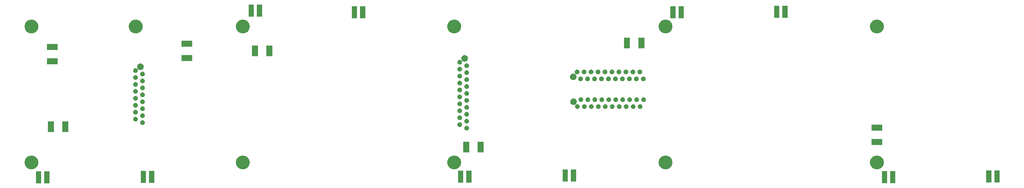
<source format=gbr>
G04 #@! TF.GenerationSoftware,KiCad,Pcbnew,5.0.2-bee76a0~70~ubuntu16.04.1*
G04 #@! TF.CreationDate,2019-03-25T22:30:45-04:00*
G04 #@! TF.ProjectId,BMS_Structural,424d535f-5374-4727-9563-747572616c2e,rev?*
G04 #@! TF.SameCoordinates,Original*
G04 #@! TF.FileFunction,Soldermask,Bot*
G04 #@! TF.FilePolarity,Negative*
%FSLAX46Y46*%
G04 Gerber Fmt 4.6, Leading zero omitted, Abs format (unit mm)*
G04 Created by KiCad (PCBNEW 5.0.2-bee76a0~70~ubuntu16.04.1) date Mon 25 Mar 2019 10:30:45 PM EDT*
%MOMM*%
%LPD*%
G01*
G04 APERTURE LIST*
%ADD10C,0.100000*%
G04 APERTURE END LIST*
D10*
G36*
X29628000Y-84496000D02*
X27728000Y-84496000D01*
X27728000Y-80096000D01*
X29628000Y-80096000D01*
X29628000Y-84496000D01*
X29628000Y-84496000D01*
G37*
G36*
X26628000Y-84496000D02*
X24728000Y-84496000D01*
X24728000Y-80096000D01*
X26628000Y-80096000D01*
X26628000Y-84496000D01*
X26628000Y-84496000D01*
G37*
G36*
X337779400Y-84394400D02*
X335879400Y-84394400D01*
X335879400Y-79994400D01*
X337779400Y-79994400D01*
X337779400Y-84394400D01*
X337779400Y-84394400D01*
G37*
G36*
X334779400Y-84394400D02*
X332879400Y-84394400D01*
X332879400Y-79994400D01*
X334779400Y-79994400D01*
X334779400Y-84394400D01*
X334779400Y-84394400D01*
G37*
G36*
X67804200Y-84292800D02*
X65904200Y-84292800D01*
X65904200Y-79892800D01*
X67804200Y-79892800D01*
X67804200Y-84292800D01*
X67804200Y-84292800D01*
G37*
G36*
X64804200Y-84292800D02*
X62904200Y-84292800D01*
X62904200Y-79892800D01*
X64804200Y-79892800D01*
X64804200Y-84292800D01*
X64804200Y-84292800D01*
G37*
G36*
X183374200Y-84242000D02*
X181474200Y-84242000D01*
X181474200Y-79842000D01*
X183374200Y-79842000D01*
X183374200Y-84242000D01*
X183374200Y-84242000D01*
G37*
G36*
X180374200Y-84242000D02*
X178474200Y-84242000D01*
X178474200Y-79842000D01*
X180374200Y-79842000D01*
X180374200Y-84242000D01*
X180374200Y-84242000D01*
G37*
G36*
X375753800Y-84115000D02*
X373853800Y-84115000D01*
X373853800Y-79715000D01*
X375753800Y-79715000D01*
X375753800Y-84115000D01*
X375753800Y-84115000D01*
G37*
G36*
X372753800Y-84115000D02*
X370853800Y-84115000D01*
X370853800Y-79715000D01*
X372753800Y-79715000D01*
X372753800Y-84115000D01*
X372753800Y-84115000D01*
G37*
G36*
X218475600Y-83784800D02*
X216575600Y-83784800D01*
X216575600Y-79384800D01*
X218475600Y-79384800D01*
X218475600Y-83784800D01*
X218475600Y-83784800D01*
G37*
G36*
X221475600Y-83784800D02*
X219575600Y-83784800D01*
X219575600Y-79384800D01*
X221475600Y-79384800D01*
X221475600Y-83784800D01*
X221475600Y-83784800D01*
G37*
G36*
X23797850Y-74400699D02*
X23797852Y-74400700D01*
X23797853Y-74400700D01*
X24257210Y-74590972D01*
X24670623Y-74867206D01*
X25022194Y-75218777D01*
X25298428Y-75632190D01*
X25488701Y-76091550D01*
X25585700Y-76579196D01*
X25585700Y-77076404D01*
X25488701Y-77564050D01*
X25298428Y-78023410D01*
X25022194Y-78436823D01*
X24670623Y-78788394D01*
X24670620Y-78788396D01*
X24257210Y-79064628D01*
X23797853Y-79254900D01*
X23797852Y-79254900D01*
X23797850Y-79254901D01*
X23310204Y-79351900D01*
X22812996Y-79351900D01*
X22325350Y-79254901D01*
X22325348Y-79254900D01*
X22325347Y-79254900D01*
X21865990Y-79064628D01*
X21452580Y-78788396D01*
X21452577Y-78788394D01*
X21101006Y-78436823D01*
X20824772Y-78023410D01*
X20634499Y-77564050D01*
X20537500Y-77076404D01*
X20537500Y-76579196D01*
X20634499Y-76091550D01*
X20824772Y-75632190D01*
X21101006Y-75218777D01*
X21452577Y-74867206D01*
X21865990Y-74590972D01*
X22325347Y-74400700D01*
X22325348Y-74400700D01*
X22325350Y-74400699D01*
X22812996Y-74303700D01*
X23310204Y-74303700D01*
X23797850Y-74400699D01*
X23797850Y-74400699D01*
G37*
G36*
X177797850Y-74400699D02*
X177797852Y-74400700D01*
X177797853Y-74400700D01*
X178257210Y-74590972D01*
X178670623Y-74867206D01*
X179022194Y-75218777D01*
X179298428Y-75632190D01*
X179488701Y-76091550D01*
X179585700Y-76579196D01*
X179585700Y-77076404D01*
X179488701Y-77564050D01*
X179298428Y-78023410D01*
X179022194Y-78436823D01*
X178670623Y-78788394D01*
X178670620Y-78788396D01*
X178257210Y-79064628D01*
X177797853Y-79254900D01*
X177797852Y-79254900D01*
X177797850Y-79254901D01*
X177310204Y-79351900D01*
X176812996Y-79351900D01*
X176325350Y-79254901D01*
X176325348Y-79254900D01*
X176325347Y-79254900D01*
X175865990Y-79064628D01*
X175452580Y-78788396D01*
X175452577Y-78788394D01*
X175101006Y-78436823D01*
X174824772Y-78023410D01*
X174634499Y-77564050D01*
X174537500Y-77076404D01*
X174537500Y-76579196D01*
X174634499Y-76091550D01*
X174824772Y-75632190D01*
X175101006Y-75218777D01*
X175452577Y-74867206D01*
X175865990Y-74590972D01*
X176325347Y-74400700D01*
X176325348Y-74400700D01*
X176325350Y-74400699D01*
X176812996Y-74303700D01*
X177310204Y-74303700D01*
X177797850Y-74400699D01*
X177797850Y-74400699D01*
G37*
G36*
X331797851Y-74400699D02*
X331797853Y-74400700D01*
X331797854Y-74400700D01*
X332257211Y-74590972D01*
X332670624Y-74867206D01*
X333022195Y-75218777D01*
X333298429Y-75632190D01*
X333488702Y-76091550D01*
X333585701Y-76579196D01*
X333585701Y-77076404D01*
X333488702Y-77564050D01*
X333298429Y-78023410D01*
X333022195Y-78436823D01*
X332670624Y-78788394D01*
X332670621Y-78788396D01*
X332257211Y-79064628D01*
X331797854Y-79254900D01*
X331797853Y-79254900D01*
X331797851Y-79254901D01*
X331310205Y-79351900D01*
X330812997Y-79351900D01*
X330325351Y-79254901D01*
X330325349Y-79254900D01*
X330325348Y-79254900D01*
X329865991Y-79064628D01*
X329452581Y-78788396D01*
X329452578Y-78788394D01*
X329101007Y-78436823D01*
X328824773Y-78023410D01*
X328634500Y-77564050D01*
X328537501Y-77076404D01*
X328537501Y-76579196D01*
X328634500Y-76091550D01*
X328824773Y-75632190D01*
X329101007Y-75218777D01*
X329452578Y-74867206D01*
X329865991Y-74590972D01*
X330325348Y-74400700D01*
X330325349Y-74400700D01*
X330325351Y-74400699D01*
X330812997Y-74303700D01*
X331310205Y-74303700D01*
X331797851Y-74400699D01*
X331797851Y-74400699D01*
G37*
G36*
X254797851Y-74400699D02*
X254797853Y-74400700D01*
X254797854Y-74400700D01*
X255257211Y-74590972D01*
X255670624Y-74867206D01*
X256022195Y-75218777D01*
X256298429Y-75632190D01*
X256488702Y-76091550D01*
X256585701Y-76579196D01*
X256585701Y-77076404D01*
X256488702Y-77564050D01*
X256298429Y-78023410D01*
X256022195Y-78436823D01*
X255670624Y-78788394D01*
X255670621Y-78788396D01*
X255257211Y-79064628D01*
X254797854Y-79254900D01*
X254797853Y-79254900D01*
X254797851Y-79254901D01*
X254310205Y-79351900D01*
X253812997Y-79351900D01*
X253325351Y-79254901D01*
X253325349Y-79254900D01*
X253325348Y-79254900D01*
X252865991Y-79064628D01*
X252452581Y-78788396D01*
X252452578Y-78788394D01*
X252101007Y-78436823D01*
X251824773Y-78023410D01*
X251634500Y-77564050D01*
X251537501Y-77076404D01*
X251537501Y-76579196D01*
X251634500Y-76091550D01*
X251824773Y-75632190D01*
X252101007Y-75218777D01*
X252452578Y-74867206D01*
X252865991Y-74590972D01*
X253325348Y-74400700D01*
X253325349Y-74400700D01*
X253325351Y-74400699D01*
X253812997Y-74303700D01*
X254310205Y-74303700D01*
X254797851Y-74400699D01*
X254797851Y-74400699D01*
G37*
G36*
X100797850Y-74400699D02*
X100797852Y-74400700D01*
X100797853Y-74400700D01*
X101257210Y-74590972D01*
X101670623Y-74867206D01*
X102022194Y-75218777D01*
X102298428Y-75632190D01*
X102488701Y-76091550D01*
X102585700Y-76579196D01*
X102585700Y-77076404D01*
X102488701Y-77564050D01*
X102298428Y-78023410D01*
X102022194Y-78436823D01*
X101670623Y-78788394D01*
X101670620Y-78788396D01*
X101257210Y-79064628D01*
X100797853Y-79254900D01*
X100797852Y-79254900D01*
X100797850Y-79254901D01*
X100310204Y-79351900D01*
X99812996Y-79351900D01*
X99325350Y-79254901D01*
X99325348Y-79254900D01*
X99325347Y-79254900D01*
X98865990Y-79064628D01*
X98452580Y-78788396D01*
X98452577Y-78788394D01*
X98101006Y-78436823D01*
X97824772Y-78023410D01*
X97634499Y-77564050D01*
X97537500Y-77076404D01*
X97537500Y-76579196D01*
X97634499Y-76091550D01*
X97824772Y-75632190D01*
X98101006Y-75218777D01*
X98452577Y-74867206D01*
X98865990Y-74590972D01*
X99325347Y-74400700D01*
X99325348Y-74400700D01*
X99325350Y-74400699D01*
X99812996Y-74303700D01*
X100310204Y-74303700D01*
X100797850Y-74400699D01*
X100797850Y-74400699D01*
G37*
G36*
X182525400Y-73120800D02*
X180345400Y-73120800D01*
X180345400Y-69220800D01*
X182525400Y-69220800D01*
X182525400Y-73120800D01*
X182525400Y-73120800D01*
G37*
G36*
X187805400Y-73120800D02*
X185625400Y-73120800D01*
X185625400Y-69220800D01*
X187805400Y-69220800D01*
X187805400Y-73120800D01*
X187805400Y-73120800D01*
G37*
G36*
X333013600Y-70454200D02*
X329113600Y-70454200D01*
X329113600Y-68274200D01*
X333013600Y-68274200D01*
X333013600Y-70454200D01*
X333013600Y-70454200D01*
G37*
G36*
X31217600Y-65729400D02*
X29037600Y-65729400D01*
X29037600Y-61829400D01*
X31217600Y-61829400D01*
X31217600Y-65729400D01*
X31217600Y-65729400D01*
G37*
G36*
X36497600Y-65729400D02*
X34317600Y-65729400D01*
X34317600Y-61829400D01*
X36497600Y-61829400D01*
X36497600Y-65729400D01*
X36497600Y-65729400D01*
G37*
G36*
X333013600Y-65174200D02*
X329113600Y-65174200D01*
X329113600Y-62994200D01*
X333013600Y-62994200D01*
X333013600Y-65174200D01*
X333013600Y-65174200D01*
G37*
G36*
X181857934Y-63444664D02*
X182012627Y-63508740D01*
X182151847Y-63601764D01*
X182270236Y-63720153D01*
X182363260Y-63859373D01*
X182427336Y-64014066D01*
X182460000Y-64178281D01*
X182460000Y-64345719D01*
X182427336Y-64509934D01*
X182363260Y-64664627D01*
X182270236Y-64803847D01*
X182151847Y-64922236D01*
X182012627Y-65015260D01*
X181857934Y-65079336D01*
X181693719Y-65112000D01*
X181526281Y-65112000D01*
X181362066Y-65079336D01*
X181207373Y-65015260D01*
X181068153Y-64922236D01*
X180949764Y-64803847D01*
X180856740Y-64664627D01*
X180792664Y-64509934D01*
X180760000Y-64345719D01*
X180760000Y-64178281D01*
X180792664Y-64014066D01*
X180856740Y-63859373D01*
X180949764Y-63720153D01*
X181068153Y-63601764D01*
X181207373Y-63508740D01*
X181362066Y-63444664D01*
X181526281Y-63412000D01*
X181693719Y-63412000D01*
X181857934Y-63444664D01*
X181857934Y-63444664D01*
G37*
G36*
X179317934Y-62174664D02*
X179472627Y-62238740D01*
X179611847Y-62331764D01*
X179730236Y-62450153D01*
X179823260Y-62589373D01*
X179887336Y-62744066D01*
X179920000Y-62908281D01*
X179920000Y-63075719D01*
X179887336Y-63239934D01*
X179823260Y-63394627D01*
X179730236Y-63533847D01*
X179611847Y-63652236D01*
X179472627Y-63745260D01*
X179317934Y-63809336D01*
X179153719Y-63842000D01*
X178986281Y-63842000D01*
X178822066Y-63809336D01*
X178667373Y-63745260D01*
X178528153Y-63652236D01*
X178409764Y-63533847D01*
X178316740Y-63394627D01*
X178252664Y-63239934D01*
X178220000Y-63075719D01*
X178220000Y-62908281D01*
X178252664Y-62744066D01*
X178316740Y-62589373D01*
X178409764Y-62450153D01*
X178528153Y-62331764D01*
X178667373Y-62238740D01*
X178822066Y-62174664D01*
X178986281Y-62142000D01*
X179153719Y-62142000D01*
X179317934Y-62174664D01*
X179317934Y-62174664D01*
G37*
G36*
X63747934Y-61412664D02*
X63902627Y-61476740D01*
X64041847Y-61569764D01*
X64160236Y-61688153D01*
X64253260Y-61827373D01*
X64317336Y-61982066D01*
X64350000Y-62146281D01*
X64350000Y-62313719D01*
X64317336Y-62477934D01*
X64253260Y-62632627D01*
X64160236Y-62771847D01*
X64041847Y-62890236D01*
X63902627Y-62983260D01*
X63747934Y-63047336D01*
X63583719Y-63080000D01*
X63416281Y-63080000D01*
X63252066Y-63047336D01*
X63097373Y-62983260D01*
X62958153Y-62890236D01*
X62839764Y-62771847D01*
X62746740Y-62632627D01*
X62682664Y-62477934D01*
X62650000Y-62313719D01*
X62650000Y-62146281D01*
X62682664Y-61982066D01*
X62746740Y-61827373D01*
X62839764Y-61688153D01*
X62958153Y-61569764D01*
X63097373Y-61476740D01*
X63252066Y-61412664D01*
X63416281Y-61380000D01*
X63583719Y-61380000D01*
X63747934Y-61412664D01*
X63747934Y-61412664D01*
G37*
G36*
X181857934Y-60904664D02*
X182012627Y-60968740D01*
X182151847Y-61061764D01*
X182270236Y-61180153D01*
X182363260Y-61319373D01*
X182427336Y-61474066D01*
X182460000Y-61638281D01*
X182460000Y-61805719D01*
X182427336Y-61969934D01*
X182363260Y-62124627D01*
X182270236Y-62263847D01*
X182151847Y-62382236D01*
X182012627Y-62475260D01*
X181857934Y-62539336D01*
X181693719Y-62572000D01*
X181526281Y-62572000D01*
X181362066Y-62539336D01*
X181207373Y-62475260D01*
X181068153Y-62382236D01*
X180949764Y-62263847D01*
X180856740Y-62124627D01*
X180792664Y-61969934D01*
X180760000Y-61805719D01*
X180760000Y-61638281D01*
X180792664Y-61474066D01*
X180856740Y-61319373D01*
X180949764Y-61180153D01*
X181068153Y-61061764D01*
X181207373Y-60968740D01*
X181362066Y-60904664D01*
X181526281Y-60872000D01*
X181693719Y-60872000D01*
X181857934Y-60904664D01*
X181857934Y-60904664D01*
G37*
G36*
X61207934Y-60142664D02*
X61362627Y-60206740D01*
X61501847Y-60299764D01*
X61620236Y-60418153D01*
X61713260Y-60557373D01*
X61777336Y-60712066D01*
X61810000Y-60876281D01*
X61810000Y-61043719D01*
X61777336Y-61207934D01*
X61713260Y-61362627D01*
X61620236Y-61501847D01*
X61501847Y-61620236D01*
X61362627Y-61713260D01*
X61207934Y-61777336D01*
X61043719Y-61810000D01*
X60876281Y-61810000D01*
X60712066Y-61777336D01*
X60557373Y-61713260D01*
X60418153Y-61620236D01*
X60299764Y-61501847D01*
X60206740Y-61362627D01*
X60142664Y-61207934D01*
X60110000Y-61043719D01*
X60110000Y-60876281D01*
X60142664Y-60712066D01*
X60206740Y-60557373D01*
X60299764Y-60418153D01*
X60418153Y-60299764D01*
X60557373Y-60206740D01*
X60712066Y-60142664D01*
X60876281Y-60110000D01*
X61043719Y-60110000D01*
X61207934Y-60142664D01*
X61207934Y-60142664D01*
G37*
G36*
X179317934Y-59634664D02*
X179472627Y-59698740D01*
X179611847Y-59791764D01*
X179730236Y-59910153D01*
X179823260Y-60049373D01*
X179887336Y-60204066D01*
X179920000Y-60368281D01*
X179920000Y-60535719D01*
X179887336Y-60699934D01*
X179823260Y-60854627D01*
X179730236Y-60993847D01*
X179611847Y-61112236D01*
X179472627Y-61205260D01*
X179317934Y-61269336D01*
X179153719Y-61302000D01*
X178986281Y-61302000D01*
X178822066Y-61269336D01*
X178667373Y-61205260D01*
X178528153Y-61112236D01*
X178409764Y-60993847D01*
X178316740Y-60854627D01*
X178252664Y-60699934D01*
X178220000Y-60535719D01*
X178220000Y-60368281D01*
X178252664Y-60204066D01*
X178316740Y-60049373D01*
X178409764Y-59910153D01*
X178528153Y-59791764D01*
X178667373Y-59698740D01*
X178822066Y-59634664D01*
X178986281Y-59602000D01*
X179153719Y-59602000D01*
X179317934Y-59634664D01*
X179317934Y-59634664D01*
G37*
G36*
X63747934Y-58872664D02*
X63902627Y-58936740D01*
X64041847Y-59029764D01*
X64160236Y-59148153D01*
X64253260Y-59287373D01*
X64317336Y-59442066D01*
X64350000Y-59606281D01*
X64350000Y-59773719D01*
X64317336Y-59937934D01*
X64253260Y-60092627D01*
X64160236Y-60231847D01*
X64041847Y-60350236D01*
X63902627Y-60443260D01*
X63747934Y-60507336D01*
X63583719Y-60540000D01*
X63416281Y-60540000D01*
X63252066Y-60507336D01*
X63097373Y-60443260D01*
X62958153Y-60350236D01*
X62839764Y-60231847D01*
X62746740Y-60092627D01*
X62682664Y-59937934D01*
X62650000Y-59773719D01*
X62650000Y-59606281D01*
X62682664Y-59442066D01*
X62746740Y-59287373D01*
X62839764Y-59148153D01*
X62958153Y-59029764D01*
X63097373Y-58936740D01*
X63252066Y-58872664D01*
X63416281Y-58840000D01*
X63583719Y-58840000D01*
X63747934Y-58872664D01*
X63747934Y-58872664D01*
G37*
G36*
X181857934Y-58364664D02*
X182012627Y-58428740D01*
X182151847Y-58521764D01*
X182270236Y-58640153D01*
X182363260Y-58779373D01*
X182427336Y-58934066D01*
X182460000Y-59098281D01*
X182460000Y-59265719D01*
X182427336Y-59429934D01*
X182363260Y-59584627D01*
X182270236Y-59723847D01*
X182151847Y-59842236D01*
X182012627Y-59935260D01*
X181857934Y-59999336D01*
X181693719Y-60032000D01*
X181526281Y-60032000D01*
X181362066Y-59999336D01*
X181207373Y-59935260D01*
X181068153Y-59842236D01*
X180949764Y-59723847D01*
X180856740Y-59584627D01*
X180792664Y-59429934D01*
X180760000Y-59265719D01*
X180760000Y-59098281D01*
X180792664Y-58934066D01*
X180856740Y-58779373D01*
X180949764Y-58640153D01*
X181068153Y-58521764D01*
X181207373Y-58428740D01*
X181362066Y-58364664D01*
X181526281Y-58332000D01*
X181693719Y-58332000D01*
X181857934Y-58364664D01*
X181857934Y-58364664D01*
G37*
G36*
X61207934Y-57602664D02*
X61362627Y-57666740D01*
X61501847Y-57759764D01*
X61620236Y-57878153D01*
X61713260Y-58017373D01*
X61777336Y-58172066D01*
X61810000Y-58336281D01*
X61810000Y-58503719D01*
X61777336Y-58667934D01*
X61713260Y-58822627D01*
X61620236Y-58961847D01*
X61501847Y-59080236D01*
X61362627Y-59173260D01*
X61207934Y-59237336D01*
X61043719Y-59270000D01*
X60876281Y-59270000D01*
X60712066Y-59237336D01*
X60557373Y-59173260D01*
X60418153Y-59080236D01*
X60299764Y-58961847D01*
X60206740Y-58822627D01*
X60142664Y-58667934D01*
X60110000Y-58503719D01*
X60110000Y-58336281D01*
X60142664Y-58172066D01*
X60206740Y-58017373D01*
X60299764Y-57878153D01*
X60418153Y-57759764D01*
X60557373Y-57666740D01*
X60712066Y-57602664D01*
X60876281Y-57570000D01*
X61043719Y-57570000D01*
X61207934Y-57602664D01*
X61207934Y-57602664D01*
G37*
G36*
X179317934Y-57094664D02*
X179472627Y-57158740D01*
X179611847Y-57251764D01*
X179730236Y-57370153D01*
X179823260Y-57509373D01*
X179887336Y-57664066D01*
X179920000Y-57828281D01*
X179920000Y-57995719D01*
X179887336Y-58159934D01*
X179823260Y-58314627D01*
X179730236Y-58453847D01*
X179611847Y-58572236D01*
X179472627Y-58665260D01*
X179317934Y-58729336D01*
X179153719Y-58762000D01*
X178986281Y-58762000D01*
X178822066Y-58729336D01*
X178667373Y-58665260D01*
X178528153Y-58572236D01*
X178409764Y-58453847D01*
X178316740Y-58314627D01*
X178252664Y-58159934D01*
X178220000Y-57995719D01*
X178220000Y-57828281D01*
X178252664Y-57664066D01*
X178316740Y-57509373D01*
X178409764Y-57370153D01*
X178528153Y-57251764D01*
X178667373Y-57158740D01*
X178822066Y-57094664D01*
X178986281Y-57062000D01*
X179153719Y-57062000D01*
X179317934Y-57094664D01*
X179317934Y-57094664D01*
G37*
G36*
X63747934Y-56332664D02*
X63902627Y-56396740D01*
X64041847Y-56489764D01*
X64160236Y-56608153D01*
X64253260Y-56747373D01*
X64317336Y-56902066D01*
X64350000Y-57066281D01*
X64350000Y-57233719D01*
X64317336Y-57397934D01*
X64253260Y-57552627D01*
X64160236Y-57691847D01*
X64041847Y-57810236D01*
X63902627Y-57903260D01*
X63747934Y-57967336D01*
X63583719Y-58000000D01*
X63416281Y-58000000D01*
X63252066Y-57967336D01*
X63097373Y-57903260D01*
X62958153Y-57810236D01*
X62839764Y-57691847D01*
X62746740Y-57552627D01*
X62682664Y-57397934D01*
X62650000Y-57233719D01*
X62650000Y-57066281D01*
X62682664Y-56902066D01*
X62746740Y-56747373D01*
X62839764Y-56608153D01*
X62958153Y-56489764D01*
X63097373Y-56396740D01*
X63252066Y-56332664D01*
X63416281Y-56300000D01*
X63583719Y-56300000D01*
X63747934Y-56332664D01*
X63747934Y-56332664D01*
G37*
G36*
X181857934Y-55824664D02*
X182012627Y-55888740D01*
X182151847Y-55981764D01*
X182270236Y-56100153D01*
X182363260Y-56239373D01*
X182427336Y-56394066D01*
X182460000Y-56558281D01*
X182460000Y-56725719D01*
X182427336Y-56889934D01*
X182363260Y-57044627D01*
X182270236Y-57183847D01*
X182151847Y-57302236D01*
X182012627Y-57395260D01*
X181857934Y-57459336D01*
X181693719Y-57492000D01*
X181526281Y-57492000D01*
X181362066Y-57459336D01*
X181207373Y-57395260D01*
X181068153Y-57302236D01*
X180949764Y-57183847D01*
X180856740Y-57044627D01*
X180792664Y-56889934D01*
X180760000Y-56725719D01*
X180760000Y-56558281D01*
X180792664Y-56394066D01*
X180856740Y-56239373D01*
X180949764Y-56100153D01*
X181068153Y-55981764D01*
X181207373Y-55888740D01*
X181362066Y-55824664D01*
X181526281Y-55792000D01*
X181693719Y-55792000D01*
X181857934Y-55824664D01*
X181857934Y-55824664D01*
G37*
G36*
X242513134Y-55570664D02*
X242667827Y-55634740D01*
X242807047Y-55727764D01*
X242925436Y-55846153D01*
X243018460Y-55985373D01*
X243082536Y-56140066D01*
X243115200Y-56304281D01*
X243115200Y-56471719D01*
X243082536Y-56635934D01*
X243018460Y-56790627D01*
X242925436Y-56929847D01*
X242807047Y-57048236D01*
X242667827Y-57141260D01*
X242513134Y-57205336D01*
X242348919Y-57238000D01*
X242181481Y-57238000D01*
X242017266Y-57205336D01*
X241862573Y-57141260D01*
X241723353Y-57048236D01*
X241604964Y-56929847D01*
X241511940Y-56790627D01*
X241447864Y-56635934D01*
X241415200Y-56471719D01*
X241415200Y-56304281D01*
X241447864Y-56140066D01*
X241511940Y-55985373D01*
X241604964Y-55846153D01*
X241723353Y-55727764D01*
X241862573Y-55634740D01*
X242017266Y-55570664D01*
X242181481Y-55538000D01*
X242348919Y-55538000D01*
X242513134Y-55570664D01*
X242513134Y-55570664D01*
G37*
G36*
X245053134Y-55570664D02*
X245207827Y-55634740D01*
X245347047Y-55727764D01*
X245465436Y-55846153D01*
X245558460Y-55985373D01*
X245622536Y-56140066D01*
X245655200Y-56304281D01*
X245655200Y-56471719D01*
X245622536Y-56635934D01*
X245558460Y-56790627D01*
X245465436Y-56929847D01*
X245347047Y-57048236D01*
X245207827Y-57141260D01*
X245053134Y-57205336D01*
X244888919Y-57238000D01*
X244721481Y-57238000D01*
X244557266Y-57205336D01*
X244402573Y-57141260D01*
X244263353Y-57048236D01*
X244144964Y-56929847D01*
X244051940Y-56790627D01*
X243987864Y-56635934D01*
X243955200Y-56471719D01*
X243955200Y-56304281D01*
X243987864Y-56140066D01*
X244051940Y-55985373D01*
X244144964Y-55846153D01*
X244263353Y-55727764D01*
X244402573Y-55634740D01*
X244557266Y-55570664D01*
X244721481Y-55538000D01*
X244888919Y-55538000D01*
X245053134Y-55570664D01*
X245053134Y-55570664D01*
G37*
G36*
X227273134Y-55570664D02*
X227427827Y-55634740D01*
X227567047Y-55727764D01*
X227685436Y-55846153D01*
X227778460Y-55985373D01*
X227842536Y-56140066D01*
X227875200Y-56304281D01*
X227875200Y-56471719D01*
X227842536Y-56635934D01*
X227778460Y-56790627D01*
X227685436Y-56929847D01*
X227567047Y-57048236D01*
X227427827Y-57141260D01*
X227273134Y-57205336D01*
X227108919Y-57238000D01*
X226941481Y-57238000D01*
X226777266Y-57205336D01*
X226622573Y-57141260D01*
X226483353Y-57048236D01*
X226364964Y-56929847D01*
X226271940Y-56790627D01*
X226207864Y-56635934D01*
X226175200Y-56471719D01*
X226175200Y-56304281D01*
X226207864Y-56140066D01*
X226271940Y-55985373D01*
X226364964Y-55846153D01*
X226483353Y-55727764D01*
X226622573Y-55634740D01*
X226777266Y-55570664D01*
X226941481Y-55538000D01*
X227108919Y-55538000D01*
X227273134Y-55570664D01*
X227273134Y-55570664D01*
G37*
G36*
X239973134Y-55570664D02*
X240127827Y-55634740D01*
X240267047Y-55727764D01*
X240385436Y-55846153D01*
X240478460Y-55985373D01*
X240542536Y-56140066D01*
X240575200Y-56304281D01*
X240575200Y-56471719D01*
X240542536Y-56635934D01*
X240478460Y-56790627D01*
X240385436Y-56929847D01*
X240267047Y-57048236D01*
X240127827Y-57141260D01*
X239973134Y-57205336D01*
X239808919Y-57238000D01*
X239641481Y-57238000D01*
X239477266Y-57205336D01*
X239322573Y-57141260D01*
X239183353Y-57048236D01*
X239064964Y-56929847D01*
X238971940Y-56790627D01*
X238907864Y-56635934D01*
X238875200Y-56471719D01*
X238875200Y-56304281D01*
X238907864Y-56140066D01*
X238971940Y-55985373D01*
X239064964Y-55846153D01*
X239183353Y-55727764D01*
X239322573Y-55634740D01*
X239477266Y-55570664D01*
X239641481Y-55538000D01*
X239808919Y-55538000D01*
X239973134Y-55570664D01*
X239973134Y-55570664D01*
G37*
G36*
X237433134Y-55570664D02*
X237587827Y-55634740D01*
X237727047Y-55727764D01*
X237845436Y-55846153D01*
X237938460Y-55985373D01*
X238002536Y-56140066D01*
X238035200Y-56304281D01*
X238035200Y-56471719D01*
X238002536Y-56635934D01*
X237938460Y-56790627D01*
X237845436Y-56929847D01*
X237727047Y-57048236D01*
X237587827Y-57141260D01*
X237433134Y-57205336D01*
X237268919Y-57238000D01*
X237101481Y-57238000D01*
X236937266Y-57205336D01*
X236782573Y-57141260D01*
X236643353Y-57048236D01*
X236524964Y-56929847D01*
X236431940Y-56790627D01*
X236367864Y-56635934D01*
X236335200Y-56471719D01*
X236335200Y-56304281D01*
X236367864Y-56140066D01*
X236431940Y-55985373D01*
X236524964Y-55846153D01*
X236643353Y-55727764D01*
X236782573Y-55634740D01*
X236937266Y-55570664D01*
X237101481Y-55538000D01*
X237268919Y-55538000D01*
X237433134Y-55570664D01*
X237433134Y-55570664D01*
G37*
G36*
X229813134Y-55570664D02*
X229967827Y-55634740D01*
X230107047Y-55727764D01*
X230225436Y-55846153D01*
X230318460Y-55985373D01*
X230382536Y-56140066D01*
X230415200Y-56304281D01*
X230415200Y-56471719D01*
X230382536Y-56635934D01*
X230318460Y-56790627D01*
X230225436Y-56929847D01*
X230107047Y-57048236D01*
X229967827Y-57141260D01*
X229813134Y-57205336D01*
X229648919Y-57238000D01*
X229481481Y-57238000D01*
X229317266Y-57205336D01*
X229162573Y-57141260D01*
X229023353Y-57048236D01*
X228904964Y-56929847D01*
X228811940Y-56790627D01*
X228747864Y-56635934D01*
X228715200Y-56471719D01*
X228715200Y-56304281D01*
X228747864Y-56140066D01*
X228811940Y-55985373D01*
X228904964Y-55846153D01*
X229023353Y-55727764D01*
X229162573Y-55634740D01*
X229317266Y-55570664D01*
X229481481Y-55538000D01*
X229648919Y-55538000D01*
X229813134Y-55570664D01*
X229813134Y-55570664D01*
G37*
G36*
X234893134Y-55570664D02*
X235047827Y-55634740D01*
X235187047Y-55727764D01*
X235305436Y-55846153D01*
X235398460Y-55985373D01*
X235462536Y-56140066D01*
X235495200Y-56304281D01*
X235495200Y-56471719D01*
X235462536Y-56635934D01*
X235398460Y-56790627D01*
X235305436Y-56929847D01*
X235187047Y-57048236D01*
X235047827Y-57141260D01*
X234893134Y-57205336D01*
X234728919Y-57238000D01*
X234561481Y-57238000D01*
X234397266Y-57205336D01*
X234242573Y-57141260D01*
X234103353Y-57048236D01*
X233984964Y-56929847D01*
X233891940Y-56790627D01*
X233827864Y-56635934D01*
X233795200Y-56471719D01*
X233795200Y-56304281D01*
X233827864Y-56140066D01*
X233891940Y-55985373D01*
X233984964Y-55846153D01*
X234103353Y-55727764D01*
X234242573Y-55634740D01*
X234397266Y-55570664D01*
X234561481Y-55538000D01*
X234728919Y-55538000D01*
X234893134Y-55570664D01*
X234893134Y-55570664D01*
G37*
G36*
X232353134Y-55570664D02*
X232507827Y-55634740D01*
X232647047Y-55727764D01*
X232765436Y-55846153D01*
X232858460Y-55985373D01*
X232922536Y-56140066D01*
X232955200Y-56304281D01*
X232955200Y-56471719D01*
X232922536Y-56635934D01*
X232858460Y-56790627D01*
X232765436Y-56929847D01*
X232647047Y-57048236D01*
X232507827Y-57141260D01*
X232353134Y-57205336D01*
X232188919Y-57238000D01*
X232021481Y-57238000D01*
X231857266Y-57205336D01*
X231702573Y-57141260D01*
X231563353Y-57048236D01*
X231444964Y-56929847D01*
X231351940Y-56790627D01*
X231287864Y-56635934D01*
X231255200Y-56471719D01*
X231255200Y-56304281D01*
X231287864Y-56140066D01*
X231351940Y-55985373D01*
X231444964Y-55846153D01*
X231563353Y-55727764D01*
X231702573Y-55634740D01*
X231857266Y-55570664D01*
X232021481Y-55538000D01*
X232188919Y-55538000D01*
X232353134Y-55570664D01*
X232353134Y-55570664D01*
G37*
G36*
X220895226Y-53434115D02*
X221113612Y-53524573D01*
X221310158Y-53655901D01*
X221477299Y-53823042D01*
X221608627Y-54019588D01*
X221699085Y-54237974D01*
X221745200Y-54469809D01*
X221745200Y-54706191D01*
X221699085Y-54938026D01*
X221608627Y-55156412D01*
X221477299Y-55352958D01*
X221394081Y-55436176D01*
X221378535Y-55455118D01*
X221366984Y-55476729D01*
X221359871Y-55500178D01*
X221357469Y-55524564D01*
X221359871Y-55548950D01*
X221366984Y-55572399D01*
X221378535Y-55594010D01*
X221394081Y-55612952D01*
X221413023Y-55628498D01*
X221434634Y-55640049D01*
X221458083Y-55647162D01*
X221482469Y-55649564D01*
X221506855Y-55647162D01*
X221530304Y-55640049D01*
X221532190Y-55639041D01*
X221697266Y-55570664D01*
X221861481Y-55538000D01*
X222028919Y-55538000D01*
X222193134Y-55570664D01*
X222347827Y-55634740D01*
X222487047Y-55727764D01*
X222605436Y-55846153D01*
X222698460Y-55985373D01*
X222762536Y-56140066D01*
X222795200Y-56304281D01*
X222795200Y-56471719D01*
X222762536Y-56635934D01*
X222698460Y-56790627D01*
X222605436Y-56929847D01*
X222487047Y-57048236D01*
X222347827Y-57141260D01*
X222193134Y-57205336D01*
X222028919Y-57238000D01*
X221861481Y-57238000D01*
X221697266Y-57205336D01*
X221542573Y-57141260D01*
X221403353Y-57048236D01*
X221284964Y-56929847D01*
X221191940Y-56790627D01*
X221127864Y-56635934D01*
X221095200Y-56471719D01*
X221095200Y-56304281D01*
X221127864Y-56140066D01*
X221191940Y-55985373D01*
X221284964Y-55846153D01*
X221319429Y-55811688D01*
X221334975Y-55792746D01*
X221346526Y-55771135D01*
X221353639Y-55747686D01*
X221356041Y-55723300D01*
X221353639Y-55698914D01*
X221346526Y-55675465D01*
X221334975Y-55653854D01*
X221319429Y-55634912D01*
X221300487Y-55619366D01*
X221278876Y-55607815D01*
X221255427Y-55600702D01*
X221231041Y-55598300D01*
X221206655Y-55600702D01*
X221183206Y-55607815D01*
X221161595Y-55619366D01*
X221113612Y-55651427D01*
X220895226Y-55741885D01*
X220663391Y-55788000D01*
X220427009Y-55788000D01*
X220195174Y-55741885D01*
X219976788Y-55651427D01*
X219780242Y-55520099D01*
X219613101Y-55352958D01*
X219481773Y-55156412D01*
X219391315Y-54938026D01*
X219345200Y-54706191D01*
X219345200Y-54469809D01*
X219391315Y-54237974D01*
X219481773Y-54019588D01*
X219613101Y-53823042D01*
X219780242Y-53655901D01*
X219976788Y-53524573D01*
X220195174Y-53434115D01*
X220427009Y-53388000D01*
X220663391Y-53388000D01*
X220895226Y-53434115D01*
X220895226Y-53434115D01*
G37*
G36*
X224733134Y-55570664D02*
X224887827Y-55634740D01*
X225027047Y-55727764D01*
X225145436Y-55846153D01*
X225238460Y-55985373D01*
X225302536Y-56140066D01*
X225335200Y-56304281D01*
X225335200Y-56471719D01*
X225302536Y-56635934D01*
X225238460Y-56790627D01*
X225145436Y-56929847D01*
X225027047Y-57048236D01*
X224887827Y-57141260D01*
X224733134Y-57205336D01*
X224568919Y-57238000D01*
X224401481Y-57238000D01*
X224237266Y-57205336D01*
X224082573Y-57141260D01*
X223943353Y-57048236D01*
X223824964Y-56929847D01*
X223731940Y-56790627D01*
X223667864Y-56635934D01*
X223635200Y-56471719D01*
X223635200Y-56304281D01*
X223667864Y-56140066D01*
X223731940Y-55985373D01*
X223824964Y-55846153D01*
X223943353Y-55727764D01*
X224082573Y-55634740D01*
X224237266Y-55570664D01*
X224401481Y-55538000D01*
X224568919Y-55538000D01*
X224733134Y-55570664D01*
X224733134Y-55570664D01*
G37*
G36*
X61207934Y-55062664D02*
X61362627Y-55126740D01*
X61501847Y-55219764D01*
X61620236Y-55338153D01*
X61713260Y-55477373D01*
X61777336Y-55632066D01*
X61810000Y-55796281D01*
X61810000Y-55963719D01*
X61777336Y-56127934D01*
X61713260Y-56282627D01*
X61620236Y-56421847D01*
X61501847Y-56540236D01*
X61362627Y-56633260D01*
X61207934Y-56697336D01*
X61043719Y-56730000D01*
X60876281Y-56730000D01*
X60712066Y-56697336D01*
X60557373Y-56633260D01*
X60418153Y-56540236D01*
X60299764Y-56421847D01*
X60206740Y-56282627D01*
X60142664Y-56127934D01*
X60110000Y-55963719D01*
X60110000Y-55796281D01*
X60142664Y-55632066D01*
X60206740Y-55477373D01*
X60299764Y-55338153D01*
X60418153Y-55219764D01*
X60557373Y-55126740D01*
X60712066Y-55062664D01*
X60876281Y-55030000D01*
X61043719Y-55030000D01*
X61207934Y-55062664D01*
X61207934Y-55062664D01*
G37*
G36*
X179317934Y-54554664D02*
X179472627Y-54618740D01*
X179611847Y-54711764D01*
X179730236Y-54830153D01*
X179823260Y-54969373D01*
X179887336Y-55124066D01*
X179920000Y-55288281D01*
X179920000Y-55455719D01*
X179887336Y-55619934D01*
X179823260Y-55774627D01*
X179730236Y-55913847D01*
X179611847Y-56032236D01*
X179472627Y-56125260D01*
X179317934Y-56189336D01*
X179153719Y-56222000D01*
X178986281Y-56222000D01*
X178822066Y-56189336D01*
X178667373Y-56125260D01*
X178528153Y-56032236D01*
X178409764Y-55913847D01*
X178316740Y-55774627D01*
X178252664Y-55619934D01*
X178220000Y-55455719D01*
X178220000Y-55288281D01*
X178252664Y-55124066D01*
X178316740Y-54969373D01*
X178409764Y-54830153D01*
X178528153Y-54711764D01*
X178667373Y-54618740D01*
X178822066Y-54554664D01*
X178986281Y-54522000D01*
X179153719Y-54522000D01*
X179317934Y-54554664D01*
X179317934Y-54554664D01*
G37*
G36*
X63747934Y-53792664D02*
X63902627Y-53856740D01*
X64041847Y-53949764D01*
X64160236Y-54068153D01*
X64253260Y-54207373D01*
X64317336Y-54362066D01*
X64350000Y-54526281D01*
X64350000Y-54693719D01*
X64317336Y-54857934D01*
X64253260Y-55012627D01*
X64160236Y-55151847D01*
X64041847Y-55270236D01*
X63902627Y-55363260D01*
X63747934Y-55427336D01*
X63583719Y-55460000D01*
X63416281Y-55460000D01*
X63252066Y-55427336D01*
X63097373Y-55363260D01*
X62958153Y-55270236D01*
X62839764Y-55151847D01*
X62746740Y-55012627D01*
X62682664Y-54857934D01*
X62650000Y-54693719D01*
X62650000Y-54526281D01*
X62682664Y-54362066D01*
X62746740Y-54207373D01*
X62839764Y-54068153D01*
X62958153Y-53949764D01*
X63097373Y-53856740D01*
X63252066Y-53792664D01*
X63416281Y-53760000D01*
X63583719Y-53760000D01*
X63747934Y-53792664D01*
X63747934Y-53792664D01*
G37*
G36*
X181857934Y-53284664D02*
X182012627Y-53348740D01*
X182151847Y-53441764D01*
X182270236Y-53560153D01*
X182363260Y-53699373D01*
X182427336Y-53854066D01*
X182460000Y-54018281D01*
X182460000Y-54185719D01*
X182427336Y-54349934D01*
X182363260Y-54504627D01*
X182270236Y-54643847D01*
X182151847Y-54762236D01*
X182012627Y-54855260D01*
X181857934Y-54919336D01*
X181693719Y-54952000D01*
X181526281Y-54952000D01*
X181362066Y-54919336D01*
X181207373Y-54855260D01*
X181068153Y-54762236D01*
X180949764Y-54643847D01*
X180856740Y-54504627D01*
X180792664Y-54349934D01*
X180760000Y-54185719D01*
X180760000Y-54018281D01*
X180792664Y-53854066D01*
X180856740Y-53699373D01*
X180949764Y-53560153D01*
X181068153Y-53441764D01*
X181207373Y-53348740D01*
X181362066Y-53284664D01*
X181526281Y-53252000D01*
X181693719Y-53252000D01*
X181857934Y-53284664D01*
X181857934Y-53284664D01*
G37*
G36*
X233623134Y-53030664D02*
X233777827Y-53094740D01*
X233917047Y-53187764D01*
X234035436Y-53306153D01*
X234128460Y-53445373D01*
X234192536Y-53600066D01*
X234225200Y-53764281D01*
X234225200Y-53931719D01*
X234192536Y-54095934D01*
X234128460Y-54250627D01*
X234035436Y-54389847D01*
X233917047Y-54508236D01*
X233777827Y-54601260D01*
X233623134Y-54665336D01*
X233458919Y-54698000D01*
X233291481Y-54698000D01*
X233127266Y-54665336D01*
X232972573Y-54601260D01*
X232833353Y-54508236D01*
X232714964Y-54389847D01*
X232621940Y-54250627D01*
X232557864Y-54095934D01*
X232525200Y-53931719D01*
X232525200Y-53764281D01*
X232557864Y-53600066D01*
X232621940Y-53445373D01*
X232714964Y-53306153D01*
X232833353Y-53187764D01*
X232972573Y-53094740D01*
X233127266Y-53030664D01*
X233291481Y-52998000D01*
X233458919Y-52998000D01*
X233623134Y-53030664D01*
X233623134Y-53030664D01*
G37*
G36*
X231083134Y-53030664D02*
X231237827Y-53094740D01*
X231377047Y-53187764D01*
X231495436Y-53306153D01*
X231588460Y-53445373D01*
X231652536Y-53600066D01*
X231685200Y-53764281D01*
X231685200Y-53931719D01*
X231652536Y-54095934D01*
X231588460Y-54250627D01*
X231495436Y-54389847D01*
X231377047Y-54508236D01*
X231237827Y-54601260D01*
X231083134Y-54665336D01*
X230918919Y-54698000D01*
X230751481Y-54698000D01*
X230587266Y-54665336D01*
X230432573Y-54601260D01*
X230293353Y-54508236D01*
X230174964Y-54389847D01*
X230081940Y-54250627D01*
X230017864Y-54095934D01*
X229985200Y-53931719D01*
X229985200Y-53764281D01*
X230017864Y-53600066D01*
X230081940Y-53445373D01*
X230174964Y-53306153D01*
X230293353Y-53187764D01*
X230432573Y-53094740D01*
X230587266Y-53030664D01*
X230751481Y-52998000D01*
X230918919Y-52998000D01*
X231083134Y-53030664D01*
X231083134Y-53030664D01*
G37*
G36*
X228543134Y-53030664D02*
X228697827Y-53094740D01*
X228837047Y-53187764D01*
X228955436Y-53306153D01*
X229048460Y-53445373D01*
X229112536Y-53600066D01*
X229145200Y-53764281D01*
X229145200Y-53931719D01*
X229112536Y-54095934D01*
X229048460Y-54250627D01*
X228955436Y-54389847D01*
X228837047Y-54508236D01*
X228697827Y-54601260D01*
X228543134Y-54665336D01*
X228378919Y-54698000D01*
X228211481Y-54698000D01*
X228047266Y-54665336D01*
X227892573Y-54601260D01*
X227753353Y-54508236D01*
X227634964Y-54389847D01*
X227541940Y-54250627D01*
X227477864Y-54095934D01*
X227445200Y-53931719D01*
X227445200Y-53764281D01*
X227477864Y-53600066D01*
X227541940Y-53445373D01*
X227634964Y-53306153D01*
X227753353Y-53187764D01*
X227892573Y-53094740D01*
X228047266Y-53030664D01*
X228211481Y-52998000D01*
X228378919Y-52998000D01*
X228543134Y-53030664D01*
X228543134Y-53030664D01*
G37*
G36*
X226003134Y-53030664D02*
X226157827Y-53094740D01*
X226297047Y-53187764D01*
X226415436Y-53306153D01*
X226508460Y-53445373D01*
X226572536Y-53600066D01*
X226605200Y-53764281D01*
X226605200Y-53931719D01*
X226572536Y-54095934D01*
X226508460Y-54250627D01*
X226415436Y-54389847D01*
X226297047Y-54508236D01*
X226157827Y-54601260D01*
X226003134Y-54665336D01*
X225838919Y-54698000D01*
X225671481Y-54698000D01*
X225507266Y-54665336D01*
X225352573Y-54601260D01*
X225213353Y-54508236D01*
X225094964Y-54389847D01*
X225001940Y-54250627D01*
X224937864Y-54095934D01*
X224905200Y-53931719D01*
X224905200Y-53764281D01*
X224937864Y-53600066D01*
X225001940Y-53445373D01*
X225094964Y-53306153D01*
X225213353Y-53187764D01*
X225352573Y-53094740D01*
X225507266Y-53030664D01*
X225671481Y-52998000D01*
X225838919Y-52998000D01*
X226003134Y-53030664D01*
X226003134Y-53030664D01*
G37*
G36*
X223463134Y-53030664D02*
X223617827Y-53094740D01*
X223757047Y-53187764D01*
X223875436Y-53306153D01*
X223968460Y-53445373D01*
X224032536Y-53600066D01*
X224065200Y-53764281D01*
X224065200Y-53931719D01*
X224032536Y-54095934D01*
X223968460Y-54250627D01*
X223875436Y-54389847D01*
X223757047Y-54508236D01*
X223617827Y-54601260D01*
X223463134Y-54665336D01*
X223298919Y-54698000D01*
X223131481Y-54698000D01*
X222967266Y-54665336D01*
X222812573Y-54601260D01*
X222673353Y-54508236D01*
X222554964Y-54389847D01*
X222461940Y-54250627D01*
X222397864Y-54095934D01*
X222365200Y-53931719D01*
X222365200Y-53764281D01*
X222397864Y-53600066D01*
X222461940Y-53445373D01*
X222554964Y-53306153D01*
X222673353Y-53187764D01*
X222812573Y-53094740D01*
X222967266Y-53030664D01*
X223131481Y-52998000D01*
X223298919Y-52998000D01*
X223463134Y-53030664D01*
X223463134Y-53030664D01*
G37*
G36*
X246323134Y-53030664D02*
X246477827Y-53094740D01*
X246617047Y-53187764D01*
X246735436Y-53306153D01*
X246828460Y-53445373D01*
X246892536Y-53600066D01*
X246925200Y-53764281D01*
X246925200Y-53931719D01*
X246892536Y-54095934D01*
X246828460Y-54250627D01*
X246735436Y-54389847D01*
X246617047Y-54508236D01*
X246477827Y-54601260D01*
X246323134Y-54665336D01*
X246158919Y-54698000D01*
X245991481Y-54698000D01*
X245827266Y-54665336D01*
X245672573Y-54601260D01*
X245533353Y-54508236D01*
X245414964Y-54389847D01*
X245321940Y-54250627D01*
X245257864Y-54095934D01*
X245225200Y-53931719D01*
X245225200Y-53764281D01*
X245257864Y-53600066D01*
X245321940Y-53445373D01*
X245414964Y-53306153D01*
X245533353Y-53187764D01*
X245672573Y-53094740D01*
X245827266Y-53030664D01*
X245991481Y-52998000D01*
X246158919Y-52998000D01*
X246323134Y-53030664D01*
X246323134Y-53030664D01*
G37*
G36*
X243783134Y-53030664D02*
X243937827Y-53094740D01*
X244077047Y-53187764D01*
X244195436Y-53306153D01*
X244288460Y-53445373D01*
X244352536Y-53600066D01*
X244385200Y-53764281D01*
X244385200Y-53931719D01*
X244352536Y-54095934D01*
X244288460Y-54250627D01*
X244195436Y-54389847D01*
X244077047Y-54508236D01*
X243937827Y-54601260D01*
X243783134Y-54665336D01*
X243618919Y-54698000D01*
X243451481Y-54698000D01*
X243287266Y-54665336D01*
X243132573Y-54601260D01*
X242993353Y-54508236D01*
X242874964Y-54389847D01*
X242781940Y-54250627D01*
X242717864Y-54095934D01*
X242685200Y-53931719D01*
X242685200Y-53764281D01*
X242717864Y-53600066D01*
X242781940Y-53445373D01*
X242874964Y-53306153D01*
X242993353Y-53187764D01*
X243132573Y-53094740D01*
X243287266Y-53030664D01*
X243451481Y-52998000D01*
X243618919Y-52998000D01*
X243783134Y-53030664D01*
X243783134Y-53030664D01*
G37*
G36*
X241243134Y-53030664D02*
X241397827Y-53094740D01*
X241537047Y-53187764D01*
X241655436Y-53306153D01*
X241748460Y-53445373D01*
X241812536Y-53600066D01*
X241845200Y-53764281D01*
X241845200Y-53931719D01*
X241812536Y-54095934D01*
X241748460Y-54250627D01*
X241655436Y-54389847D01*
X241537047Y-54508236D01*
X241397827Y-54601260D01*
X241243134Y-54665336D01*
X241078919Y-54698000D01*
X240911481Y-54698000D01*
X240747266Y-54665336D01*
X240592573Y-54601260D01*
X240453353Y-54508236D01*
X240334964Y-54389847D01*
X240241940Y-54250627D01*
X240177864Y-54095934D01*
X240145200Y-53931719D01*
X240145200Y-53764281D01*
X240177864Y-53600066D01*
X240241940Y-53445373D01*
X240334964Y-53306153D01*
X240453353Y-53187764D01*
X240592573Y-53094740D01*
X240747266Y-53030664D01*
X240911481Y-52998000D01*
X241078919Y-52998000D01*
X241243134Y-53030664D01*
X241243134Y-53030664D01*
G37*
G36*
X238703134Y-53030664D02*
X238857827Y-53094740D01*
X238997047Y-53187764D01*
X239115436Y-53306153D01*
X239208460Y-53445373D01*
X239272536Y-53600066D01*
X239305200Y-53764281D01*
X239305200Y-53931719D01*
X239272536Y-54095934D01*
X239208460Y-54250627D01*
X239115436Y-54389847D01*
X238997047Y-54508236D01*
X238857827Y-54601260D01*
X238703134Y-54665336D01*
X238538919Y-54698000D01*
X238371481Y-54698000D01*
X238207266Y-54665336D01*
X238052573Y-54601260D01*
X237913353Y-54508236D01*
X237794964Y-54389847D01*
X237701940Y-54250627D01*
X237637864Y-54095934D01*
X237605200Y-53931719D01*
X237605200Y-53764281D01*
X237637864Y-53600066D01*
X237701940Y-53445373D01*
X237794964Y-53306153D01*
X237913353Y-53187764D01*
X238052573Y-53094740D01*
X238207266Y-53030664D01*
X238371481Y-52998000D01*
X238538919Y-52998000D01*
X238703134Y-53030664D01*
X238703134Y-53030664D01*
G37*
G36*
X236163134Y-53030664D02*
X236317827Y-53094740D01*
X236457047Y-53187764D01*
X236575436Y-53306153D01*
X236668460Y-53445373D01*
X236732536Y-53600066D01*
X236765200Y-53764281D01*
X236765200Y-53931719D01*
X236732536Y-54095934D01*
X236668460Y-54250627D01*
X236575436Y-54389847D01*
X236457047Y-54508236D01*
X236317827Y-54601260D01*
X236163134Y-54665336D01*
X235998919Y-54698000D01*
X235831481Y-54698000D01*
X235667266Y-54665336D01*
X235512573Y-54601260D01*
X235373353Y-54508236D01*
X235254964Y-54389847D01*
X235161940Y-54250627D01*
X235097864Y-54095934D01*
X235065200Y-53931719D01*
X235065200Y-53764281D01*
X235097864Y-53600066D01*
X235161940Y-53445373D01*
X235254964Y-53306153D01*
X235373353Y-53187764D01*
X235512573Y-53094740D01*
X235667266Y-53030664D01*
X235831481Y-52998000D01*
X235998919Y-52998000D01*
X236163134Y-53030664D01*
X236163134Y-53030664D01*
G37*
G36*
X61207934Y-52522664D02*
X61362627Y-52586740D01*
X61501847Y-52679764D01*
X61620236Y-52798153D01*
X61713260Y-52937373D01*
X61777336Y-53092066D01*
X61810000Y-53256281D01*
X61810000Y-53423719D01*
X61777336Y-53587934D01*
X61713260Y-53742627D01*
X61620236Y-53881847D01*
X61501847Y-54000236D01*
X61362627Y-54093260D01*
X61207934Y-54157336D01*
X61043719Y-54190000D01*
X60876281Y-54190000D01*
X60712066Y-54157336D01*
X60557373Y-54093260D01*
X60418153Y-54000236D01*
X60299764Y-53881847D01*
X60206740Y-53742627D01*
X60142664Y-53587934D01*
X60110000Y-53423719D01*
X60110000Y-53256281D01*
X60142664Y-53092066D01*
X60206740Y-52937373D01*
X60299764Y-52798153D01*
X60418153Y-52679764D01*
X60557373Y-52586740D01*
X60712066Y-52522664D01*
X60876281Y-52490000D01*
X61043719Y-52490000D01*
X61207934Y-52522664D01*
X61207934Y-52522664D01*
G37*
G36*
X179317934Y-52014664D02*
X179472627Y-52078740D01*
X179611847Y-52171764D01*
X179730236Y-52290153D01*
X179823260Y-52429373D01*
X179887336Y-52584066D01*
X179920000Y-52748281D01*
X179920000Y-52915719D01*
X179887336Y-53079934D01*
X179823260Y-53234627D01*
X179730236Y-53373847D01*
X179611847Y-53492236D01*
X179472627Y-53585260D01*
X179317934Y-53649336D01*
X179153719Y-53682000D01*
X178986281Y-53682000D01*
X178822066Y-53649336D01*
X178667373Y-53585260D01*
X178528153Y-53492236D01*
X178409764Y-53373847D01*
X178316740Y-53234627D01*
X178252664Y-53079934D01*
X178220000Y-52915719D01*
X178220000Y-52748281D01*
X178252664Y-52584066D01*
X178316740Y-52429373D01*
X178409764Y-52290153D01*
X178528153Y-52171764D01*
X178667373Y-52078740D01*
X178822066Y-52014664D01*
X178986281Y-51982000D01*
X179153719Y-51982000D01*
X179317934Y-52014664D01*
X179317934Y-52014664D01*
G37*
G36*
X63747934Y-51252664D02*
X63902627Y-51316740D01*
X64041847Y-51409764D01*
X64160236Y-51528153D01*
X64253260Y-51667373D01*
X64317336Y-51822066D01*
X64350000Y-51986281D01*
X64350000Y-52153719D01*
X64317336Y-52317934D01*
X64253260Y-52472627D01*
X64160236Y-52611847D01*
X64041847Y-52730236D01*
X63902627Y-52823260D01*
X63747934Y-52887336D01*
X63583719Y-52920000D01*
X63416281Y-52920000D01*
X63252066Y-52887336D01*
X63097373Y-52823260D01*
X62958153Y-52730236D01*
X62839764Y-52611847D01*
X62746740Y-52472627D01*
X62682664Y-52317934D01*
X62650000Y-52153719D01*
X62650000Y-51986281D01*
X62682664Y-51822066D01*
X62746740Y-51667373D01*
X62839764Y-51528153D01*
X62958153Y-51409764D01*
X63097373Y-51316740D01*
X63252066Y-51252664D01*
X63416281Y-51220000D01*
X63583719Y-51220000D01*
X63747934Y-51252664D01*
X63747934Y-51252664D01*
G37*
G36*
X181857934Y-50744664D02*
X182012627Y-50808740D01*
X182151847Y-50901764D01*
X182270236Y-51020153D01*
X182363260Y-51159373D01*
X182427336Y-51314066D01*
X182460000Y-51478281D01*
X182460000Y-51645719D01*
X182427336Y-51809934D01*
X182363260Y-51964627D01*
X182270236Y-52103847D01*
X182151847Y-52222236D01*
X182012627Y-52315260D01*
X181857934Y-52379336D01*
X181693719Y-52412000D01*
X181526281Y-52412000D01*
X181362066Y-52379336D01*
X181207373Y-52315260D01*
X181068153Y-52222236D01*
X180949764Y-52103847D01*
X180856740Y-51964627D01*
X180792664Y-51809934D01*
X180760000Y-51645719D01*
X180760000Y-51478281D01*
X180792664Y-51314066D01*
X180856740Y-51159373D01*
X180949764Y-51020153D01*
X181068153Y-50901764D01*
X181207373Y-50808740D01*
X181362066Y-50744664D01*
X181526281Y-50712000D01*
X181693719Y-50712000D01*
X181857934Y-50744664D01*
X181857934Y-50744664D01*
G37*
G36*
X61207934Y-49982664D02*
X61362627Y-50046740D01*
X61501847Y-50139764D01*
X61620236Y-50258153D01*
X61713260Y-50397373D01*
X61777336Y-50552066D01*
X61810000Y-50716281D01*
X61810000Y-50883719D01*
X61777336Y-51047934D01*
X61713260Y-51202627D01*
X61620236Y-51341847D01*
X61501847Y-51460236D01*
X61362627Y-51553260D01*
X61207934Y-51617336D01*
X61043719Y-51650000D01*
X60876281Y-51650000D01*
X60712066Y-51617336D01*
X60557373Y-51553260D01*
X60418153Y-51460236D01*
X60299764Y-51341847D01*
X60206740Y-51202627D01*
X60142664Y-51047934D01*
X60110000Y-50883719D01*
X60110000Y-50716281D01*
X60142664Y-50552066D01*
X60206740Y-50397373D01*
X60299764Y-50258153D01*
X60418153Y-50139764D01*
X60557373Y-50046740D01*
X60712066Y-49982664D01*
X60876281Y-49950000D01*
X61043719Y-49950000D01*
X61207934Y-49982664D01*
X61207934Y-49982664D01*
G37*
G36*
X179317934Y-49474664D02*
X179472627Y-49538740D01*
X179611847Y-49631764D01*
X179730236Y-49750153D01*
X179823260Y-49889373D01*
X179887336Y-50044066D01*
X179920000Y-50208281D01*
X179920000Y-50375719D01*
X179887336Y-50539934D01*
X179823260Y-50694627D01*
X179730236Y-50833847D01*
X179611847Y-50952236D01*
X179472627Y-51045260D01*
X179317934Y-51109336D01*
X179153719Y-51142000D01*
X178986281Y-51142000D01*
X178822066Y-51109336D01*
X178667373Y-51045260D01*
X178528153Y-50952236D01*
X178409764Y-50833847D01*
X178316740Y-50694627D01*
X178252664Y-50539934D01*
X178220000Y-50375719D01*
X178220000Y-50208281D01*
X178252664Y-50044066D01*
X178316740Y-49889373D01*
X178409764Y-49750153D01*
X178528153Y-49631764D01*
X178667373Y-49538740D01*
X178822066Y-49474664D01*
X178986281Y-49442000D01*
X179153719Y-49442000D01*
X179317934Y-49474664D01*
X179317934Y-49474664D01*
G37*
G36*
X63747934Y-48712664D02*
X63902627Y-48776740D01*
X64041847Y-48869764D01*
X64160236Y-48988153D01*
X64253260Y-49127373D01*
X64317336Y-49282066D01*
X64350000Y-49446281D01*
X64350000Y-49613719D01*
X64317336Y-49777934D01*
X64253260Y-49932627D01*
X64160236Y-50071847D01*
X64041847Y-50190236D01*
X63902627Y-50283260D01*
X63747934Y-50347336D01*
X63583719Y-50380000D01*
X63416281Y-50380000D01*
X63252066Y-50347336D01*
X63097373Y-50283260D01*
X62958153Y-50190236D01*
X62839764Y-50071847D01*
X62746740Y-49932627D01*
X62682664Y-49777934D01*
X62650000Y-49613719D01*
X62650000Y-49446281D01*
X62682664Y-49282066D01*
X62746740Y-49127373D01*
X62839764Y-48988153D01*
X62958153Y-48869764D01*
X63097373Y-48776740D01*
X63252066Y-48712664D01*
X63416281Y-48680000D01*
X63583719Y-48680000D01*
X63747934Y-48712664D01*
X63747934Y-48712664D01*
G37*
G36*
X181857934Y-48204664D02*
X182012627Y-48268740D01*
X182151847Y-48361764D01*
X182270236Y-48480153D01*
X182363260Y-48619373D01*
X182427336Y-48774066D01*
X182460000Y-48938281D01*
X182460000Y-49105719D01*
X182427336Y-49269934D01*
X182363260Y-49424627D01*
X182270236Y-49563847D01*
X182151847Y-49682236D01*
X182012627Y-49775260D01*
X181857934Y-49839336D01*
X181693719Y-49872000D01*
X181526281Y-49872000D01*
X181362066Y-49839336D01*
X181207373Y-49775260D01*
X181068153Y-49682236D01*
X180949764Y-49563847D01*
X180856740Y-49424627D01*
X180792664Y-49269934D01*
X180760000Y-49105719D01*
X180760000Y-48938281D01*
X180792664Y-48774066D01*
X180856740Y-48619373D01*
X180949764Y-48480153D01*
X181068153Y-48361764D01*
X181207373Y-48268740D01*
X181362066Y-48204664D01*
X181526281Y-48172000D01*
X181693719Y-48172000D01*
X181857934Y-48204664D01*
X181857934Y-48204664D01*
G37*
G36*
X61207934Y-47442664D02*
X61362627Y-47506740D01*
X61501847Y-47599764D01*
X61620236Y-47718153D01*
X61713260Y-47857373D01*
X61777336Y-48012066D01*
X61810000Y-48176281D01*
X61810000Y-48343719D01*
X61777336Y-48507934D01*
X61713260Y-48662627D01*
X61620236Y-48801847D01*
X61501847Y-48920236D01*
X61362627Y-49013260D01*
X61207934Y-49077336D01*
X61043719Y-49110000D01*
X60876281Y-49110000D01*
X60712066Y-49077336D01*
X60557373Y-49013260D01*
X60418153Y-48920236D01*
X60299764Y-48801847D01*
X60206740Y-48662627D01*
X60142664Y-48507934D01*
X60110000Y-48343719D01*
X60110000Y-48176281D01*
X60142664Y-48012066D01*
X60206740Y-47857373D01*
X60299764Y-47718153D01*
X60418153Y-47599764D01*
X60557373Y-47506740D01*
X60712066Y-47442664D01*
X60876281Y-47410000D01*
X61043719Y-47410000D01*
X61207934Y-47442664D01*
X61207934Y-47442664D01*
G37*
G36*
X179317934Y-46934664D02*
X179472627Y-46998740D01*
X179611847Y-47091764D01*
X179730236Y-47210153D01*
X179823260Y-47349373D01*
X179887336Y-47504066D01*
X179920000Y-47668281D01*
X179920000Y-47835719D01*
X179887336Y-47999934D01*
X179823260Y-48154627D01*
X179730236Y-48293847D01*
X179611847Y-48412236D01*
X179472627Y-48505260D01*
X179317934Y-48569336D01*
X179153719Y-48602000D01*
X178986281Y-48602000D01*
X178822066Y-48569336D01*
X178667373Y-48505260D01*
X178528153Y-48412236D01*
X178409764Y-48293847D01*
X178316740Y-48154627D01*
X178252664Y-47999934D01*
X178220000Y-47835719D01*
X178220000Y-47668281D01*
X178252664Y-47504066D01*
X178316740Y-47349373D01*
X178409764Y-47210153D01*
X178528153Y-47091764D01*
X178667373Y-46998740D01*
X178822066Y-46934664D01*
X178986281Y-46902000D01*
X179153719Y-46902000D01*
X179317934Y-46934664D01*
X179317934Y-46934664D01*
G37*
G36*
X63747934Y-46172664D02*
X63902627Y-46236740D01*
X64041847Y-46329764D01*
X64160236Y-46448153D01*
X64253260Y-46587373D01*
X64317336Y-46742066D01*
X64350000Y-46906281D01*
X64350000Y-47073719D01*
X64317336Y-47237934D01*
X64253260Y-47392627D01*
X64160236Y-47531847D01*
X64041847Y-47650236D01*
X63902627Y-47743260D01*
X63747934Y-47807336D01*
X63583719Y-47840000D01*
X63416281Y-47840000D01*
X63252066Y-47807336D01*
X63097373Y-47743260D01*
X62958153Y-47650236D01*
X62839764Y-47531847D01*
X62746740Y-47392627D01*
X62682664Y-47237934D01*
X62650000Y-47073719D01*
X62650000Y-46906281D01*
X62682664Y-46742066D01*
X62746740Y-46587373D01*
X62839764Y-46448153D01*
X62958153Y-46329764D01*
X63097373Y-46236740D01*
X63252066Y-46172664D01*
X63416281Y-46140000D01*
X63583719Y-46140000D01*
X63747934Y-46172664D01*
X63747934Y-46172664D01*
G37*
G36*
X181857934Y-45664664D02*
X182012627Y-45728740D01*
X182151847Y-45821764D01*
X182270236Y-45940153D01*
X182363260Y-46079373D01*
X182427336Y-46234066D01*
X182460000Y-46398281D01*
X182460000Y-46565719D01*
X182427336Y-46729934D01*
X182363260Y-46884627D01*
X182270236Y-47023847D01*
X182151847Y-47142236D01*
X182012627Y-47235260D01*
X181857934Y-47299336D01*
X181693719Y-47332000D01*
X181526281Y-47332000D01*
X181362066Y-47299336D01*
X181207373Y-47235260D01*
X181068153Y-47142236D01*
X180949764Y-47023847D01*
X180856740Y-46884627D01*
X180792664Y-46729934D01*
X180760000Y-46565719D01*
X180760000Y-46398281D01*
X180792664Y-46234066D01*
X180856740Y-46079373D01*
X180949764Y-45940153D01*
X181068153Y-45821764D01*
X181207373Y-45728740D01*
X181362066Y-45664664D01*
X181526281Y-45632000D01*
X181693719Y-45632000D01*
X181857934Y-45664664D01*
X181857934Y-45664664D01*
G37*
G36*
X230981534Y-45410664D02*
X231136227Y-45474740D01*
X231275447Y-45567764D01*
X231393836Y-45686153D01*
X231486860Y-45825373D01*
X231550936Y-45980066D01*
X231583600Y-46144281D01*
X231583600Y-46311719D01*
X231550936Y-46475934D01*
X231486860Y-46630627D01*
X231393836Y-46769847D01*
X231275447Y-46888236D01*
X231136227Y-46981260D01*
X230981534Y-47045336D01*
X230817319Y-47078000D01*
X230649881Y-47078000D01*
X230485666Y-47045336D01*
X230330973Y-46981260D01*
X230191753Y-46888236D01*
X230073364Y-46769847D01*
X229980340Y-46630627D01*
X229916264Y-46475934D01*
X229883600Y-46311719D01*
X229883600Y-46144281D01*
X229916264Y-45980066D01*
X229980340Y-45825373D01*
X230073364Y-45686153D01*
X230191753Y-45567764D01*
X230330973Y-45474740D01*
X230485666Y-45410664D01*
X230649881Y-45378000D01*
X230817319Y-45378000D01*
X230981534Y-45410664D01*
X230981534Y-45410664D01*
G37*
G36*
X223361534Y-45410664D02*
X223516227Y-45474740D01*
X223655447Y-45567764D01*
X223773836Y-45686153D01*
X223866860Y-45825373D01*
X223930936Y-45980066D01*
X223963600Y-46144281D01*
X223963600Y-46311719D01*
X223930936Y-46475934D01*
X223866860Y-46630627D01*
X223773836Y-46769847D01*
X223655447Y-46888236D01*
X223516227Y-46981260D01*
X223361534Y-47045336D01*
X223197319Y-47078000D01*
X223029881Y-47078000D01*
X222865666Y-47045336D01*
X222710973Y-46981260D01*
X222571753Y-46888236D01*
X222453364Y-46769847D01*
X222360340Y-46630627D01*
X222296264Y-46475934D01*
X222263600Y-46311719D01*
X222263600Y-46144281D01*
X222296264Y-45980066D01*
X222360340Y-45825373D01*
X222453364Y-45686153D01*
X222571753Y-45567764D01*
X222710973Y-45474740D01*
X222865666Y-45410664D01*
X223029881Y-45378000D01*
X223197319Y-45378000D01*
X223361534Y-45410664D01*
X223361534Y-45410664D01*
G37*
G36*
X225901534Y-45410664D02*
X226056227Y-45474740D01*
X226195447Y-45567764D01*
X226313836Y-45686153D01*
X226406860Y-45825373D01*
X226470936Y-45980066D01*
X226503600Y-46144281D01*
X226503600Y-46311719D01*
X226470936Y-46475934D01*
X226406860Y-46630627D01*
X226313836Y-46769847D01*
X226195447Y-46888236D01*
X226056227Y-46981260D01*
X225901534Y-47045336D01*
X225737319Y-47078000D01*
X225569881Y-47078000D01*
X225405666Y-47045336D01*
X225250973Y-46981260D01*
X225111753Y-46888236D01*
X224993364Y-46769847D01*
X224900340Y-46630627D01*
X224836264Y-46475934D01*
X224803600Y-46311719D01*
X224803600Y-46144281D01*
X224836264Y-45980066D01*
X224900340Y-45825373D01*
X224993364Y-45686153D01*
X225111753Y-45567764D01*
X225250973Y-45474740D01*
X225405666Y-45410664D01*
X225569881Y-45378000D01*
X225737319Y-45378000D01*
X225901534Y-45410664D01*
X225901534Y-45410664D01*
G37*
G36*
X228441534Y-45410664D02*
X228596227Y-45474740D01*
X228735447Y-45567764D01*
X228853836Y-45686153D01*
X228946860Y-45825373D01*
X229010936Y-45980066D01*
X229043600Y-46144281D01*
X229043600Y-46311719D01*
X229010936Y-46475934D01*
X228946860Y-46630627D01*
X228853836Y-46769847D01*
X228735447Y-46888236D01*
X228596227Y-46981260D01*
X228441534Y-47045336D01*
X228277319Y-47078000D01*
X228109881Y-47078000D01*
X227945666Y-47045336D01*
X227790973Y-46981260D01*
X227651753Y-46888236D01*
X227533364Y-46769847D01*
X227440340Y-46630627D01*
X227376264Y-46475934D01*
X227343600Y-46311719D01*
X227343600Y-46144281D01*
X227376264Y-45980066D01*
X227440340Y-45825373D01*
X227533364Y-45686153D01*
X227651753Y-45567764D01*
X227790973Y-45474740D01*
X227945666Y-45410664D01*
X228109881Y-45378000D01*
X228277319Y-45378000D01*
X228441534Y-45410664D01*
X228441534Y-45410664D01*
G37*
G36*
X233521534Y-45410664D02*
X233676227Y-45474740D01*
X233815447Y-45567764D01*
X233933836Y-45686153D01*
X234026860Y-45825373D01*
X234090936Y-45980066D01*
X234123600Y-46144281D01*
X234123600Y-46311719D01*
X234090936Y-46475934D01*
X234026860Y-46630627D01*
X233933836Y-46769847D01*
X233815447Y-46888236D01*
X233676227Y-46981260D01*
X233521534Y-47045336D01*
X233357319Y-47078000D01*
X233189881Y-47078000D01*
X233025666Y-47045336D01*
X232870973Y-46981260D01*
X232731753Y-46888236D01*
X232613364Y-46769847D01*
X232520340Y-46630627D01*
X232456264Y-46475934D01*
X232423600Y-46311719D01*
X232423600Y-46144281D01*
X232456264Y-45980066D01*
X232520340Y-45825373D01*
X232613364Y-45686153D01*
X232731753Y-45567764D01*
X232870973Y-45474740D01*
X233025666Y-45410664D01*
X233189881Y-45378000D01*
X233357319Y-45378000D01*
X233521534Y-45410664D01*
X233521534Y-45410664D01*
G37*
G36*
X236061534Y-45410664D02*
X236216227Y-45474740D01*
X236355447Y-45567764D01*
X236473836Y-45686153D01*
X236566860Y-45825373D01*
X236630936Y-45980066D01*
X236663600Y-46144281D01*
X236663600Y-46311719D01*
X236630936Y-46475934D01*
X236566860Y-46630627D01*
X236473836Y-46769847D01*
X236355447Y-46888236D01*
X236216227Y-46981260D01*
X236061534Y-47045336D01*
X235897319Y-47078000D01*
X235729881Y-47078000D01*
X235565666Y-47045336D01*
X235410973Y-46981260D01*
X235271753Y-46888236D01*
X235153364Y-46769847D01*
X235060340Y-46630627D01*
X234996264Y-46475934D01*
X234963600Y-46311719D01*
X234963600Y-46144281D01*
X234996264Y-45980066D01*
X235060340Y-45825373D01*
X235153364Y-45686153D01*
X235271753Y-45567764D01*
X235410973Y-45474740D01*
X235565666Y-45410664D01*
X235729881Y-45378000D01*
X235897319Y-45378000D01*
X236061534Y-45410664D01*
X236061534Y-45410664D01*
G37*
G36*
X238601534Y-45410664D02*
X238756227Y-45474740D01*
X238895447Y-45567764D01*
X239013836Y-45686153D01*
X239106860Y-45825373D01*
X239170936Y-45980066D01*
X239203600Y-46144281D01*
X239203600Y-46311719D01*
X239170936Y-46475934D01*
X239106860Y-46630627D01*
X239013836Y-46769847D01*
X238895447Y-46888236D01*
X238756227Y-46981260D01*
X238601534Y-47045336D01*
X238437319Y-47078000D01*
X238269881Y-47078000D01*
X238105666Y-47045336D01*
X237950973Y-46981260D01*
X237811753Y-46888236D01*
X237693364Y-46769847D01*
X237600340Y-46630627D01*
X237536264Y-46475934D01*
X237503600Y-46311719D01*
X237503600Y-46144281D01*
X237536264Y-45980066D01*
X237600340Y-45825373D01*
X237693364Y-45686153D01*
X237811753Y-45567764D01*
X237950973Y-45474740D01*
X238105666Y-45410664D01*
X238269881Y-45378000D01*
X238437319Y-45378000D01*
X238601534Y-45410664D01*
X238601534Y-45410664D01*
G37*
G36*
X241141534Y-45410664D02*
X241296227Y-45474740D01*
X241435447Y-45567764D01*
X241553836Y-45686153D01*
X241646860Y-45825373D01*
X241710936Y-45980066D01*
X241743600Y-46144281D01*
X241743600Y-46311719D01*
X241710936Y-46475934D01*
X241646860Y-46630627D01*
X241553836Y-46769847D01*
X241435447Y-46888236D01*
X241296227Y-46981260D01*
X241141534Y-47045336D01*
X240977319Y-47078000D01*
X240809881Y-47078000D01*
X240645666Y-47045336D01*
X240490973Y-46981260D01*
X240351753Y-46888236D01*
X240233364Y-46769847D01*
X240140340Y-46630627D01*
X240076264Y-46475934D01*
X240043600Y-46311719D01*
X240043600Y-46144281D01*
X240076264Y-45980066D01*
X240140340Y-45825373D01*
X240233364Y-45686153D01*
X240351753Y-45567764D01*
X240490973Y-45474740D01*
X240645666Y-45410664D01*
X240809881Y-45378000D01*
X240977319Y-45378000D01*
X241141534Y-45410664D01*
X241141534Y-45410664D01*
G37*
G36*
X243681534Y-45410664D02*
X243836227Y-45474740D01*
X243975447Y-45567764D01*
X244093836Y-45686153D01*
X244186860Y-45825373D01*
X244250936Y-45980066D01*
X244283600Y-46144281D01*
X244283600Y-46311719D01*
X244250936Y-46475934D01*
X244186860Y-46630627D01*
X244093836Y-46769847D01*
X243975447Y-46888236D01*
X243836227Y-46981260D01*
X243681534Y-47045336D01*
X243517319Y-47078000D01*
X243349881Y-47078000D01*
X243185666Y-47045336D01*
X243030973Y-46981260D01*
X242891753Y-46888236D01*
X242773364Y-46769847D01*
X242680340Y-46630627D01*
X242616264Y-46475934D01*
X242583600Y-46311719D01*
X242583600Y-46144281D01*
X242616264Y-45980066D01*
X242680340Y-45825373D01*
X242773364Y-45686153D01*
X242891753Y-45567764D01*
X243030973Y-45474740D01*
X243185666Y-45410664D01*
X243349881Y-45378000D01*
X243517319Y-45378000D01*
X243681534Y-45410664D01*
X243681534Y-45410664D01*
G37*
G36*
X246221534Y-45410664D02*
X246376227Y-45474740D01*
X246515447Y-45567764D01*
X246633836Y-45686153D01*
X246726860Y-45825373D01*
X246790936Y-45980066D01*
X246823600Y-46144281D01*
X246823600Y-46311719D01*
X246790936Y-46475934D01*
X246726860Y-46630627D01*
X246633836Y-46769847D01*
X246515447Y-46888236D01*
X246376227Y-46981260D01*
X246221534Y-47045336D01*
X246057319Y-47078000D01*
X245889881Y-47078000D01*
X245725666Y-47045336D01*
X245570973Y-46981260D01*
X245431753Y-46888236D01*
X245313364Y-46769847D01*
X245220340Y-46630627D01*
X245156264Y-46475934D01*
X245123600Y-46311719D01*
X245123600Y-46144281D01*
X245156264Y-45980066D01*
X245220340Y-45825373D01*
X245313364Y-45686153D01*
X245431753Y-45567764D01*
X245570973Y-45474740D01*
X245725666Y-45410664D01*
X245889881Y-45378000D01*
X246057319Y-45378000D01*
X246221534Y-45410664D01*
X246221534Y-45410664D01*
G37*
G36*
X222091534Y-42870664D02*
X222246227Y-42934740D01*
X222385447Y-43027764D01*
X222503836Y-43146153D01*
X222596860Y-43285373D01*
X222660936Y-43440066D01*
X222693600Y-43604281D01*
X222693600Y-43771719D01*
X222660936Y-43935934D01*
X222596860Y-44090627D01*
X222503836Y-44229847D01*
X222385447Y-44348236D01*
X222246227Y-44441260D01*
X222091534Y-44505336D01*
X221927319Y-44538000D01*
X221759881Y-44538000D01*
X221595666Y-44505336D01*
X221430594Y-44436961D01*
X221428703Y-44435950D01*
X221405253Y-44428837D01*
X221380867Y-44426436D01*
X221356481Y-44428838D01*
X221333032Y-44435952D01*
X221311421Y-44447503D01*
X221292479Y-44463049D01*
X221276934Y-44481991D01*
X221265383Y-44503602D01*
X221258270Y-44527052D01*
X221255869Y-44551438D01*
X221258271Y-44575824D01*
X221265385Y-44599273D01*
X221276936Y-44620884D01*
X221292481Y-44639824D01*
X221375699Y-44723042D01*
X221507027Y-44919588D01*
X221597485Y-45137974D01*
X221643600Y-45369809D01*
X221643600Y-45606191D01*
X221597485Y-45838026D01*
X221507027Y-46056412D01*
X221375699Y-46252958D01*
X221208558Y-46420099D01*
X221012012Y-46551427D01*
X220793626Y-46641885D01*
X220561791Y-46688000D01*
X220325409Y-46688000D01*
X220093574Y-46641885D01*
X219875188Y-46551427D01*
X219678642Y-46420099D01*
X219511501Y-46252958D01*
X219380173Y-46056412D01*
X219289715Y-45838026D01*
X219243600Y-45606191D01*
X219243600Y-45369809D01*
X219289715Y-45137974D01*
X219380173Y-44919588D01*
X219511501Y-44723042D01*
X219678642Y-44555901D01*
X219875188Y-44424573D01*
X220093574Y-44334115D01*
X220325409Y-44288000D01*
X220561791Y-44288000D01*
X220793626Y-44334115D01*
X221012012Y-44424573D01*
X221059995Y-44456634D01*
X221081606Y-44468185D01*
X221105055Y-44475298D01*
X221129441Y-44477700D01*
X221153827Y-44475298D01*
X221177276Y-44468185D01*
X221198887Y-44456634D01*
X221217829Y-44441088D01*
X221233375Y-44422146D01*
X221244926Y-44400535D01*
X221252039Y-44377086D01*
X221254441Y-44352700D01*
X221252039Y-44328314D01*
X221244926Y-44304865D01*
X221233375Y-44283254D01*
X221217829Y-44264312D01*
X221183364Y-44229847D01*
X221090340Y-44090627D01*
X221026264Y-43935934D01*
X220993600Y-43771719D01*
X220993600Y-43604281D01*
X221026264Y-43440066D01*
X221090340Y-43285373D01*
X221183364Y-43146153D01*
X221301753Y-43027764D01*
X221440973Y-42934740D01*
X221595666Y-42870664D01*
X221759881Y-42838000D01*
X221927319Y-42838000D01*
X222091534Y-42870664D01*
X222091534Y-42870664D01*
G37*
G36*
X61207934Y-44902664D02*
X61362627Y-44966740D01*
X61501847Y-45059764D01*
X61620236Y-45178153D01*
X61713260Y-45317373D01*
X61777336Y-45472066D01*
X61810000Y-45636281D01*
X61810000Y-45803719D01*
X61777336Y-45967934D01*
X61713260Y-46122627D01*
X61620236Y-46261847D01*
X61501847Y-46380236D01*
X61362627Y-46473260D01*
X61207934Y-46537336D01*
X61043719Y-46570000D01*
X60876281Y-46570000D01*
X60712066Y-46537336D01*
X60557373Y-46473260D01*
X60418153Y-46380236D01*
X60299764Y-46261847D01*
X60206740Y-46122627D01*
X60142664Y-45967934D01*
X60110000Y-45803719D01*
X60110000Y-45636281D01*
X60142664Y-45472066D01*
X60206740Y-45317373D01*
X60299764Y-45178153D01*
X60418153Y-45059764D01*
X60557373Y-44966740D01*
X60712066Y-44902664D01*
X60876281Y-44870000D01*
X61043719Y-44870000D01*
X61207934Y-44902664D01*
X61207934Y-44902664D01*
G37*
G36*
X179317934Y-44394664D02*
X179472627Y-44458740D01*
X179611847Y-44551764D01*
X179730236Y-44670153D01*
X179823260Y-44809373D01*
X179887336Y-44964066D01*
X179920000Y-45128281D01*
X179920000Y-45295719D01*
X179887336Y-45459934D01*
X179823260Y-45614627D01*
X179730236Y-45753847D01*
X179611847Y-45872236D01*
X179472627Y-45965260D01*
X179317934Y-46029336D01*
X179153719Y-46062000D01*
X178986281Y-46062000D01*
X178822066Y-46029336D01*
X178667373Y-45965260D01*
X178528153Y-45872236D01*
X178409764Y-45753847D01*
X178316740Y-45614627D01*
X178252664Y-45459934D01*
X178220000Y-45295719D01*
X178220000Y-45128281D01*
X178252664Y-44964066D01*
X178316740Y-44809373D01*
X178409764Y-44670153D01*
X178528153Y-44551764D01*
X178667373Y-44458740D01*
X178822066Y-44394664D01*
X178986281Y-44362000D01*
X179153719Y-44362000D01*
X179317934Y-44394664D01*
X179317934Y-44394664D01*
G37*
G36*
X63747934Y-43632664D02*
X63902627Y-43696740D01*
X64041847Y-43789764D01*
X64160236Y-43908153D01*
X64253260Y-44047373D01*
X64317336Y-44202066D01*
X64350000Y-44366281D01*
X64350000Y-44533719D01*
X64317336Y-44697934D01*
X64253260Y-44852627D01*
X64160236Y-44991847D01*
X64041847Y-45110236D01*
X63902627Y-45203260D01*
X63747934Y-45267336D01*
X63583719Y-45300000D01*
X63416281Y-45300000D01*
X63252066Y-45267336D01*
X63097373Y-45203260D01*
X62958153Y-45110236D01*
X62839764Y-44991847D01*
X62746740Y-44852627D01*
X62682664Y-44697934D01*
X62650000Y-44533719D01*
X62650000Y-44366281D01*
X62682664Y-44202066D01*
X62746740Y-44047373D01*
X62839764Y-43908153D01*
X62958153Y-43789764D01*
X63097373Y-43696740D01*
X63252066Y-43632664D01*
X63416281Y-43600000D01*
X63583719Y-43600000D01*
X63747934Y-43632664D01*
X63747934Y-43632664D01*
G37*
G36*
X181857934Y-43124664D02*
X182012627Y-43188740D01*
X182151847Y-43281764D01*
X182270236Y-43400153D01*
X182363260Y-43539373D01*
X182427336Y-43694066D01*
X182460000Y-43858281D01*
X182460000Y-44025719D01*
X182427336Y-44189934D01*
X182363260Y-44344627D01*
X182270236Y-44483847D01*
X182151847Y-44602236D01*
X182012627Y-44695260D01*
X181857934Y-44759336D01*
X181693719Y-44792000D01*
X181526281Y-44792000D01*
X181362066Y-44759336D01*
X181207373Y-44695260D01*
X181068153Y-44602236D01*
X180949764Y-44483847D01*
X180856740Y-44344627D01*
X180792664Y-44189934D01*
X180760000Y-44025719D01*
X180760000Y-43858281D01*
X180792664Y-43694066D01*
X180856740Y-43539373D01*
X180949764Y-43400153D01*
X181068153Y-43281764D01*
X181207373Y-43188740D01*
X181362066Y-43124664D01*
X181526281Y-43092000D01*
X181693719Y-43092000D01*
X181857934Y-43124664D01*
X181857934Y-43124664D01*
G37*
G36*
X237331534Y-42870664D02*
X237486227Y-42934740D01*
X237625447Y-43027764D01*
X237743836Y-43146153D01*
X237836860Y-43285373D01*
X237900936Y-43440066D01*
X237933600Y-43604281D01*
X237933600Y-43771719D01*
X237900936Y-43935934D01*
X237836860Y-44090627D01*
X237743836Y-44229847D01*
X237625447Y-44348236D01*
X237486227Y-44441260D01*
X237331534Y-44505336D01*
X237167319Y-44538000D01*
X236999881Y-44538000D01*
X236835666Y-44505336D01*
X236680973Y-44441260D01*
X236541753Y-44348236D01*
X236423364Y-44229847D01*
X236330340Y-44090627D01*
X236266264Y-43935934D01*
X236233600Y-43771719D01*
X236233600Y-43604281D01*
X236266264Y-43440066D01*
X236330340Y-43285373D01*
X236423364Y-43146153D01*
X236541753Y-43027764D01*
X236680973Y-42934740D01*
X236835666Y-42870664D01*
X236999881Y-42838000D01*
X237167319Y-42838000D01*
X237331534Y-42870664D01*
X237331534Y-42870664D01*
G37*
G36*
X234791534Y-42870664D02*
X234946227Y-42934740D01*
X235085447Y-43027764D01*
X235203836Y-43146153D01*
X235296860Y-43285373D01*
X235360936Y-43440066D01*
X235393600Y-43604281D01*
X235393600Y-43771719D01*
X235360936Y-43935934D01*
X235296860Y-44090627D01*
X235203836Y-44229847D01*
X235085447Y-44348236D01*
X234946227Y-44441260D01*
X234791534Y-44505336D01*
X234627319Y-44538000D01*
X234459881Y-44538000D01*
X234295666Y-44505336D01*
X234140973Y-44441260D01*
X234001753Y-44348236D01*
X233883364Y-44229847D01*
X233790340Y-44090627D01*
X233726264Y-43935934D01*
X233693600Y-43771719D01*
X233693600Y-43604281D01*
X233726264Y-43440066D01*
X233790340Y-43285373D01*
X233883364Y-43146153D01*
X234001753Y-43027764D01*
X234140973Y-42934740D01*
X234295666Y-42870664D01*
X234459881Y-42838000D01*
X234627319Y-42838000D01*
X234791534Y-42870664D01*
X234791534Y-42870664D01*
G37*
G36*
X239871534Y-42870664D02*
X240026227Y-42934740D01*
X240165447Y-43027764D01*
X240283836Y-43146153D01*
X240376860Y-43285373D01*
X240440936Y-43440066D01*
X240473600Y-43604281D01*
X240473600Y-43771719D01*
X240440936Y-43935934D01*
X240376860Y-44090627D01*
X240283836Y-44229847D01*
X240165447Y-44348236D01*
X240026227Y-44441260D01*
X239871534Y-44505336D01*
X239707319Y-44538000D01*
X239539881Y-44538000D01*
X239375666Y-44505336D01*
X239220973Y-44441260D01*
X239081753Y-44348236D01*
X238963364Y-44229847D01*
X238870340Y-44090627D01*
X238806264Y-43935934D01*
X238773600Y-43771719D01*
X238773600Y-43604281D01*
X238806264Y-43440066D01*
X238870340Y-43285373D01*
X238963364Y-43146153D01*
X239081753Y-43027764D01*
X239220973Y-42934740D01*
X239375666Y-42870664D01*
X239539881Y-42838000D01*
X239707319Y-42838000D01*
X239871534Y-42870664D01*
X239871534Y-42870664D01*
G37*
G36*
X242411534Y-42870664D02*
X242566227Y-42934740D01*
X242705447Y-43027764D01*
X242823836Y-43146153D01*
X242916860Y-43285373D01*
X242980936Y-43440066D01*
X243013600Y-43604281D01*
X243013600Y-43771719D01*
X242980936Y-43935934D01*
X242916860Y-44090627D01*
X242823836Y-44229847D01*
X242705447Y-44348236D01*
X242566227Y-44441260D01*
X242411534Y-44505336D01*
X242247319Y-44538000D01*
X242079881Y-44538000D01*
X241915666Y-44505336D01*
X241760973Y-44441260D01*
X241621753Y-44348236D01*
X241503364Y-44229847D01*
X241410340Y-44090627D01*
X241346264Y-43935934D01*
X241313600Y-43771719D01*
X241313600Y-43604281D01*
X241346264Y-43440066D01*
X241410340Y-43285373D01*
X241503364Y-43146153D01*
X241621753Y-43027764D01*
X241760973Y-42934740D01*
X241915666Y-42870664D01*
X242079881Y-42838000D01*
X242247319Y-42838000D01*
X242411534Y-42870664D01*
X242411534Y-42870664D01*
G37*
G36*
X244951534Y-42870664D02*
X245106227Y-42934740D01*
X245245447Y-43027764D01*
X245363836Y-43146153D01*
X245456860Y-43285373D01*
X245520936Y-43440066D01*
X245553600Y-43604281D01*
X245553600Y-43771719D01*
X245520936Y-43935934D01*
X245456860Y-44090627D01*
X245363836Y-44229847D01*
X245245447Y-44348236D01*
X245106227Y-44441260D01*
X244951534Y-44505336D01*
X244787319Y-44538000D01*
X244619881Y-44538000D01*
X244455666Y-44505336D01*
X244300973Y-44441260D01*
X244161753Y-44348236D01*
X244043364Y-44229847D01*
X243950340Y-44090627D01*
X243886264Y-43935934D01*
X243853600Y-43771719D01*
X243853600Y-43604281D01*
X243886264Y-43440066D01*
X243950340Y-43285373D01*
X244043364Y-43146153D01*
X244161753Y-43027764D01*
X244300973Y-42934740D01*
X244455666Y-42870664D01*
X244619881Y-42838000D01*
X244787319Y-42838000D01*
X244951534Y-42870664D01*
X244951534Y-42870664D01*
G37*
G36*
X232251534Y-42870664D02*
X232406227Y-42934740D01*
X232545447Y-43027764D01*
X232663836Y-43146153D01*
X232756860Y-43285373D01*
X232820936Y-43440066D01*
X232853600Y-43604281D01*
X232853600Y-43771719D01*
X232820936Y-43935934D01*
X232756860Y-44090627D01*
X232663836Y-44229847D01*
X232545447Y-44348236D01*
X232406227Y-44441260D01*
X232251534Y-44505336D01*
X232087319Y-44538000D01*
X231919881Y-44538000D01*
X231755666Y-44505336D01*
X231600973Y-44441260D01*
X231461753Y-44348236D01*
X231343364Y-44229847D01*
X231250340Y-44090627D01*
X231186264Y-43935934D01*
X231153600Y-43771719D01*
X231153600Y-43604281D01*
X231186264Y-43440066D01*
X231250340Y-43285373D01*
X231343364Y-43146153D01*
X231461753Y-43027764D01*
X231600973Y-42934740D01*
X231755666Y-42870664D01*
X231919881Y-42838000D01*
X232087319Y-42838000D01*
X232251534Y-42870664D01*
X232251534Y-42870664D01*
G37*
G36*
X224631534Y-42870664D02*
X224786227Y-42934740D01*
X224925447Y-43027764D01*
X225043836Y-43146153D01*
X225136860Y-43285373D01*
X225200936Y-43440066D01*
X225233600Y-43604281D01*
X225233600Y-43771719D01*
X225200936Y-43935934D01*
X225136860Y-44090627D01*
X225043836Y-44229847D01*
X224925447Y-44348236D01*
X224786227Y-44441260D01*
X224631534Y-44505336D01*
X224467319Y-44538000D01*
X224299881Y-44538000D01*
X224135666Y-44505336D01*
X223980973Y-44441260D01*
X223841753Y-44348236D01*
X223723364Y-44229847D01*
X223630340Y-44090627D01*
X223566264Y-43935934D01*
X223533600Y-43771719D01*
X223533600Y-43604281D01*
X223566264Y-43440066D01*
X223630340Y-43285373D01*
X223723364Y-43146153D01*
X223841753Y-43027764D01*
X223980973Y-42934740D01*
X224135666Y-42870664D01*
X224299881Y-42838000D01*
X224467319Y-42838000D01*
X224631534Y-42870664D01*
X224631534Y-42870664D01*
G37*
G36*
X229711534Y-42870664D02*
X229866227Y-42934740D01*
X230005447Y-43027764D01*
X230123836Y-43146153D01*
X230216860Y-43285373D01*
X230280936Y-43440066D01*
X230313600Y-43604281D01*
X230313600Y-43771719D01*
X230280936Y-43935934D01*
X230216860Y-44090627D01*
X230123836Y-44229847D01*
X230005447Y-44348236D01*
X229866227Y-44441260D01*
X229711534Y-44505336D01*
X229547319Y-44538000D01*
X229379881Y-44538000D01*
X229215666Y-44505336D01*
X229060973Y-44441260D01*
X228921753Y-44348236D01*
X228803364Y-44229847D01*
X228710340Y-44090627D01*
X228646264Y-43935934D01*
X228613600Y-43771719D01*
X228613600Y-43604281D01*
X228646264Y-43440066D01*
X228710340Y-43285373D01*
X228803364Y-43146153D01*
X228921753Y-43027764D01*
X229060973Y-42934740D01*
X229215666Y-42870664D01*
X229379881Y-42838000D01*
X229547319Y-42838000D01*
X229711534Y-42870664D01*
X229711534Y-42870664D01*
G37*
G36*
X227171534Y-42870664D02*
X227326227Y-42934740D01*
X227465447Y-43027764D01*
X227583836Y-43146153D01*
X227676860Y-43285373D01*
X227740936Y-43440066D01*
X227773600Y-43604281D01*
X227773600Y-43771719D01*
X227740936Y-43935934D01*
X227676860Y-44090627D01*
X227583836Y-44229847D01*
X227465447Y-44348236D01*
X227326227Y-44441260D01*
X227171534Y-44505336D01*
X227007319Y-44538000D01*
X226839881Y-44538000D01*
X226675666Y-44505336D01*
X226520973Y-44441260D01*
X226381753Y-44348236D01*
X226263364Y-44229847D01*
X226170340Y-44090627D01*
X226106264Y-43935934D01*
X226073600Y-43771719D01*
X226073600Y-43604281D01*
X226106264Y-43440066D01*
X226170340Y-43285373D01*
X226263364Y-43146153D01*
X226381753Y-43027764D01*
X226520973Y-42934740D01*
X226675666Y-42870664D01*
X226839881Y-42838000D01*
X227007319Y-42838000D01*
X227171534Y-42870664D01*
X227171534Y-42870664D01*
G37*
G36*
X63110026Y-40626115D02*
X63328412Y-40716573D01*
X63524958Y-40847901D01*
X63692099Y-41015042D01*
X63823427Y-41211588D01*
X63913885Y-41429974D01*
X63960000Y-41661809D01*
X63960000Y-41898191D01*
X63913885Y-42130026D01*
X63823427Y-42348412D01*
X63692099Y-42544958D01*
X63524958Y-42712099D01*
X63328412Y-42843427D01*
X63110026Y-42933885D01*
X62878191Y-42980000D01*
X62641809Y-42980000D01*
X62409974Y-42933885D01*
X62191588Y-42843427D01*
X61995042Y-42712099D01*
X61911824Y-42628881D01*
X61892882Y-42613335D01*
X61871271Y-42601784D01*
X61847822Y-42594671D01*
X61823436Y-42592269D01*
X61799050Y-42594671D01*
X61775601Y-42601784D01*
X61753990Y-42613335D01*
X61735048Y-42628881D01*
X61719502Y-42647823D01*
X61707951Y-42669434D01*
X61700838Y-42692883D01*
X61698436Y-42717269D01*
X61700838Y-42741655D01*
X61707951Y-42765104D01*
X61708959Y-42766990D01*
X61777336Y-42932066D01*
X61810000Y-43096281D01*
X61810000Y-43263719D01*
X61777336Y-43427934D01*
X61713260Y-43582627D01*
X61620236Y-43721847D01*
X61501847Y-43840236D01*
X61362627Y-43933260D01*
X61207934Y-43997336D01*
X61043719Y-44030000D01*
X60876281Y-44030000D01*
X60712066Y-43997336D01*
X60557373Y-43933260D01*
X60418153Y-43840236D01*
X60299764Y-43721847D01*
X60206740Y-43582627D01*
X60142664Y-43427934D01*
X60110000Y-43263719D01*
X60110000Y-43096281D01*
X60142664Y-42932066D01*
X60206740Y-42777373D01*
X60299764Y-42638153D01*
X60418153Y-42519764D01*
X60557373Y-42426740D01*
X60712066Y-42362664D01*
X60876281Y-42330000D01*
X61043719Y-42330000D01*
X61207934Y-42362664D01*
X61362627Y-42426740D01*
X61501847Y-42519764D01*
X61536312Y-42554229D01*
X61555254Y-42569775D01*
X61576865Y-42581326D01*
X61600314Y-42588439D01*
X61624700Y-42590841D01*
X61649086Y-42588439D01*
X61672535Y-42581326D01*
X61694146Y-42569775D01*
X61713088Y-42554229D01*
X61728634Y-42535287D01*
X61740185Y-42513676D01*
X61747298Y-42490227D01*
X61749700Y-42465841D01*
X61747298Y-42441455D01*
X61740185Y-42418006D01*
X61728634Y-42396395D01*
X61696573Y-42348412D01*
X61606115Y-42130026D01*
X61560000Y-41898191D01*
X61560000Y-41661809D01*
X61606115Y-41429974D01*
X61696573Y-41211588D01*
X61827901Y-41015042D01*
X61995042Y-40847901D01*
X62191588Y-40716573D01*
X62409974Y-40626115D01*
X62641809Y-40580000D01*
X62878191Y-40580000D01*
X63110026Y-40626115D01*
X63110026Y-40626115D01*
G37*
G36*
X179317934Y-41854664D02*
X179472627Y-41918740D01*
X179611847Y-42011764D01*
X179730236Y-42130153D01*
X179823260Y-42269373D01*
X179887336Y-42424066D01*
X179920000Y-42588281D01*
X179920000Y-42755719D01*
X179887336Y-42919934D01*
X179823260Y-43074627D01*
X179730236Y-43213847D01*
X179611847Y-43332236D01*
X179472627Y-43425260D01*
X179317934Y-43489336D01*
X179153719Y-43522000D01*
X178986281Y-43522000D01*
X178822066Y-43489336D01*
X178667373Y-43425260D01*
X178528153Y-43332236D01*
X178409764Y-43213847D01*
X178316740Y-43074627D01*
X178252664Y-42919934D01*
X178220000Y-42755719D01*
X178220000Y-42588281D01*
X178252664Y-42424066D01*
X178316740Y-42269373D01*
X178409764Y-42130153D01*
X178528153Y-42011764D01*
X178667373Y-41918740D01*
X178822066Y-41854664D01*
X178986281Y-41822000D01*
X179153719Y-41822000D01*
X179317934Y-41854664D01*
X179317934Y-41854664D01*
G37*
G36*
X181857934Y-40584664D02*
X182012627Y-40648740D01*
X182151847Y-40741764D01*
X182270236Y-40860153D01*
X182363260Y-40999373D01*
X182427336Y-41154066D01*
X182460000Y-41318281D01*
X182460000Y-41485719D01*
X182427336Y-41649934D01*
X182363260Y-41804627D01*
X182270236Y-41943847D01*
X182151847Y-42062236D01*
X182012627Y-42155260D01*
X181857934Y-42219336D01*
X181693719Y-42252000D01*
X181526281Y-42252000D01*
X181362066Y-42219336D01*
X181207373Y-42155260D01*
X181068153Y-42062236D01*
X180949764Y-41943847D01*
X180856740Y-41804627D01*
X180792664Y-41649934D01*
X180760000Y-41485719D01*
X180760000Y-41318281D01*
X180792664Y-41154066D01*
X180856740Y-40999373D01*
X180949764Y-40860153D01*
X181068153Y-40741764D01*
X181207373Y-40648740D01*
X181362066Y-40584664D01*
X181526281Y-40552000D01*
X181693719Y-40552000D01*
X181857934Y-40584664D01*
X181857934Y-40584664D01*
G37*
G36*
X181220026Y-37578115D02*
X181438412Y-37668573D01*
X181634958Y-37799901D01*
X181802099Y-37967042D01*
X181933427Y-38163588D01*
X182023885Y-38381974D01*
X182070000Y-38613809D01*
X182070000Y-38850191D01*
X182023885Y-39082026D01*
X181933427Y-39300412D01*
X181802099Y-39496958D01*
X181634958Y-39664099D01*
X181438412Y-39795427D01*
X181220026Y-39885885D01*
X180988191Y-39932000D01*
X180751809Y-39932000D01*
X180519974Y-39885885D01*
X180301588Y-39795427D01*
X180105042Y-39664099D01*
X180021824Y-39580881D01*
X180002882Y-39565335D01*
X179981271Y-39553784D01*
X179957822Y-39546671D01*
X179933436Y-39544269D01*
X179909050Y-39546671D01*
X179885601Y-39553784D01*
X179863990Y-39565335D01*
X179845048Y-39580881D01*
X179829502Y-39599823D01*
X179817951Y-39621434D01*
X179810838Y-39644883D01*
X179808436Y-39669269D01*
X179810838Y-39693655D01*
X179817951Y-39717104D01*
X179818959Y-39718990D01*
X179887336Y-39884066D01*
X179920000Y-40048281D01*
X179920000Y-40215719D01*
X179887336Y-40379934D01*
X179823260Y-40534627D01*
X179730236Y-40673847D01*
X179611847Y-40792236D01*
X179472627Y-40885260D01*
X179317934Y-40949336D01*
X179153719Y-40982000D01*
X178986281Y-40982000D01*
X178822066Y-40949336D01*
X178667373Y-40885260D01*
X178528153Y-40792236D01*
X178409764Y-40673847D01*
X178316740Y-40534627D01*
X178252664Y-40379934D01*
X178220000Y-40215719D01*
X178220000Y-40048281D01*
X178252664Y-39884066D01*
X178316740Y-39729373D01*
X178409764Y-39590153D01*
X178528153Y-39471764D01*
X178667373Y-39378740D01*
X178822066Y-39314664D01*
X178986281Y-39282000D01*
X179153719Y-39282000D01*
X179317934Y-39314664D01*
X179472627Y-39378740D01*
X179611847Y-39471764D01*
X179646312Y-39506229D01*
X179665254Y-39521775D01*
X179686865Y-39533326D01*
X179710314Y-39540439D01*
X179734700Y-39542841D01*
X179759086Y-39540439D01*
X179782535Y-39533326D01*
X179804146Y-39521775D01*
X179823088Y-39506229D01*
X179838634Y-39487287D01*
X179850185Y-39465676D01*
X179857298Y-39442227D01*
X179859700Y-39417841D01*
X179857298Y-39393455D01*
X179850185Y-39370006D01*
X179838634Y-39348395D01*
X179806573Y-39300412D01*
X179716115Y-39082026D01*
X179670000Y-38850191D01*
X179670000Y-38613809D01*
X179716115Y-38381974D01*
X179806573Y-38163588D01*
X179937901Y-37967042D01*
X180105042Y-37799901D01*
X180301588Y-37668573D01*
X180519974Y-37578115D01*
X180751809Y-37532000D01*
X180988191Y-37532000D01*
X181220026Y-37578115D01*
X181220026Y-37578115D01*
G37*
G36*
X32607800Y-40891800D02*
X28707800Y-40891800D01*
X28707800Y-38711800D01*
X32607800Y-38711800D01*
X32607800Y-40891800D01*
X32607800Y-40891800D01*
G37*
G36*
X81655200Y-39723400D02*
X77755200Y-39723400D01*
X77755200Y-37543400D01*
X81655200Y-37543400D01*
X81655200Y-39723400D01*
X81655200Y-39723400D01*
G37*
G36*
X110843400Y-37967200D02*
X108663400Y-37967200D01*
X108663400Y-34067200D01*
X110843400Y-34067200D01*
X110843400Y-37967200D01*
X110843400Y-37967200D01*
G37*
G36*
X105563400Y-37967200D02*
X103383400Y-37967200D01*
X103383400Y-34067200D01*
X105563400Y-34067200D01*
X105563400Y-37967200D01*
X105563400Y-37967200D01*
G37*
G36*
X32607800Y-35611800D02*
X28707800Y-35611800D01*
X28707800Y-33431800D01*
X32607800Y-33431800D01*
X32607800Y-35611800D01*
X32607800Y-35611800D01*
G37*
G36*
X246352400Y-35046200D02*
X244172400Y-35046200D01*
X244172400Y-31146200D01*
X246352400Y-31146200D01*
X246352400Y-35046200D01*
X246352400Y-35046200D01*
G37*
G36*
X241072400Y-35046200D02*
X238892400Y-35046200D01*
X238892400Y-31146200D01*
X241072400Y-31146200D01*
X241072400Y-35046200D01*
X241072400Y-35046200D01*
G37*
G36*
X81655200Y-34443400D02*
X77755200Y-34443400D01*
X77755200Y-32263400D01*
X81655200Y-32263400D01*
X81655200Y-34443400D01*
X81655200Y-34443400D01*
G37*
G36*
X23797850Y-24623899D02*
X23797852Y-24623900D01*
X23797853Y-24623900D01*
X24257210Y-24814172D01*
X24670623Y-25090406D01*
X25022194Y-25441977D01*
X25298428Y-25855390D01*
X25488701Y-26314750D01*
X25585700Y-26802396D01*
X25585700Y-27299604D01*
X25488701Y-27787250D01*
X25298428Y-28246610D01*
X25022194Y-28660023D01*
X24670623Y-29011594D01*
X24670620Y-29011596D01*
X24257210Y-29287828D01*
X23797853Y-29478100D01*
X23797852Y-29478100D01*
X23797850Y-29478101D01*
X23310204Y-29575100D01*
X22812996Y-29575100D01*
X22325350Y-29478101D01*
X22325348Y-29478100D01*
X22325347Y-29478100D01*
X21865990Y-29287828D01*
X21452580Y-29011596D01*
X21452577Y-29011594D01*
X21101006Y-28660023D01*
X20824772Y-28246610D01*
X20634499Y-27787250D01*
X20537500Y-27299604D01*
X20537500Y-26802396D01*
X20634499Y-26314750D01*
X20824772Y-25855390D01*
X21101006Y-25441977D01*
X21452577Y-25090406D01*
X21865990Y-24814172D01*
X22325347Y-24623900D01*
X22325348Y-24623900D01*
X22325350Y-24623899D01*
X22812996Y-24526900D01*
X23310204Y-24526900D01*
X23797850Y-24623899D01*
X23797850Y-24623899D01*
G37*
G36*
X61797850Y-24623899D02*
X61797852Y-24623900D01*
X61797853Y-24623900D01*
X62257210Y-24814172D01*
X62670623Y-25090406D01*
X63022194Y-25441977D01*
X63298428Y-25855390D01*
X63488701Y-26314750D01*
X63585700Y-26802396D01*
X63585700Y-27299604D01*
X63488701Y-27787250D01*
X63298428Y-28246610D01*
X63022194Y-28660023D01*
X62670623Y-29011594D01*
X62670620Y-29011596D01*
X62257210Y-29287828D01*
X61797853Y-29478100D01*
X61797852Y-29478100D01*
X61797850Y-29478101D01*
X61310204Y-29575100D01*
X60812996Y-29575100D01*
X60325350Y-29478101D01*
X60325348Y-29478100D01*
X60325347Y-29478100D01*
X59865990Y-29287828D01*
X59452580Y-29011596D01*
X59452577Y-29011594D01*
X59101006Y-28660023D01*
X58824772Y-28246610D01*
X58634499Y-27787250D01*
X58537500Y-27299604D01*
X58537500Y-26802396D01*
X58634499Y-26314750D01*
X58824772Y-25855390D01*
X59101006Y-25441977D01*
X59452577Y-25090406D01*
X59865990Y-24814172D01*
X60325347Y-24623900D01*
X60325348Y-24623900D01*
X60325350Y-24623899D01*
X60812996Y-24526900D01*
X61310204Y-24526900D01*
X61797850Y-24623899D01*
X61797850Y-24623899D01*
G37*
G36*
X177797850Y-24623899D02*
X177797852Y-24623900D01*
X177797853Y-24623900D01*
X178257210Y-24814172D01*
X178670623Y-25090406D01*
X179022194Y-25441977D01*
X179298428Y-25855390D01*
X179488701Y-26314750D01*
X179585700Y-26802396D01*
X179585700Y-27299604D01*
X179488701Y-27787250D01*
X179298428Y-28246610D01*
X179022194Y-28660023D01*
X178670623Y-29011594D01*
X178670620Y-29011596D01*
X178257210Y-29287828D01*
X177797853Y-29478100D01*
X177797852Y-29478100D01*
X177797850Y-29478101D01*
X177310204Y-29575100D01*
X176812996Y-29575100D01*
X176325350Y-29478101D01*
X176325348Y-29478100D01*
X176325347Y-29478100D01*
X175865990Y-29287828D01*
X175452580Y-29011596D01*
X175452577Y-29011594D01*
X175101006Y-28660023D01*
X174824772Y-28246610D01*
X174634499Y-27787250D01*
X174537500Y-27299604D01*
X174537500Y-26802396D01*
X174634499Y-26314750D01*
X174824772Y-25855390D01*
X175101006Y-25441977D01*
X175452577Y-25090406D01*
X175865990Y-24814172D01*
X176325347Y-24623900D01*
X176325348Y-24623900D01*
X176325350Y-24623899D01*
X176812996Y-24526900D01*
X177310204Y-24526900D01*
X177797850Y-24623899D01*
X177797850Y-24623899D01*
G37*
G36*
X254797851Y-24623899D02*
X254797853Y-24623900D01*
X254797854Y-24623900D01*
X255257211Y-24814172D01*
X255670624Y-25090406D01*
X256022195Y-25441977D01*
X256298429Y-25855390D01*
X256488702Y-26314750D01*
X256585701Y-26802396D01*
X256585701Y-27299604D01*
X256488702Y-27787250D01*
X256298429Y-28246610D01*
X256022195Y-28660023D01*
X255670624Y-29011594D01*
X255670621Y-29011596D01*
X255257211Y-29287828D01*
X254797854Y-29478100D01*
X254797853Y-29478100D01*
X254797851Y-29478101D01*
X254310205Y-29575100D01*
X253812997Y-29575100D01*
X253325351Y-29478101D01*
X253325349Y-29478100D01*
X253325348Y-29478100D01*
X252865991Y-29287828D01*
X252452581Y-29011596D01*
X252452578Y-29011594D01*
X252101007Y-28660023D01*
X251824773Y-28246610D01*
X251634500Y-27787250D01*
X251537501Y-27299604D01*
X251537501Y-26802396D01*
X251634500Y-26314750D01*
X251824773Y-25855390D01*
X252101007Y-25441977D01*
X252452578Y-25090406D01*
X252865991Y-24814172D01*
X253325348Y-24623900D01*
X253325349Y-24623900D01*
X253325351Y-24623899D01*
X253812997Y-24526900D01*
X254310205Y-24526900D01*
X254797851Y-24623899D01*
X254797851Y-24623899D01*
G37*
G36*
X331797851Y-24623899D02*
X331797853Y-24623900D01*
X331797854Y-24623900D01*
X332257211Y-24814172D01*
X332670624Y-25090406D01*
X333022195Y-25441977D01*
X333298429Y-25855390D01*
X333488702Y-26314750D01*
X333585701Y-26802396D01*
X333585701Y-27299604D01*
X333488702Y-27787250D01*
X333298429Y-28246610D01*
X333022195Y-28660023D01*
X332670624Y-29011594D01*
X332670621Y-29011596D01*
X332257211Y-29287828D01*
X331797854Y-29478100D01*
X331797853Y-29478100D01*
X331797851Y-29478101D01*
X331310205Y-29575100D01*
X330812997Y-29575100D01*
X330325351Y-29478101D01*
X330325349Y-29478100D01*
X330325348Y-29478100D01*
X329865991Y-29287828D01*
X329452581Y-29011596D01*
X329452578Y-29011594D01*
X329101007Y-28660023D01*
X328824773Y-28246610D01*
X328634500Y-27787250D01*
X328537501Y-27299604D01*
X328537501Y-26802396D01*
X328634500Y-26314750D01*
X328824773Y-25855390D01*
X329101007Y-25441977D01*
X329452578Y-25090406D01*
X329865991Y-24814172D01*
X330325348Y-24623900D01*
X330325349Y-24623900D01*
X330325351Y-24623899D01*
X330812997Y-24526900D01*
X331310205Y-24526900D01*
X331797851Y-24623899D01*
X331797851Y-24623899D01*
G37*
G36*
X100797850Y-24623899D02*
X100797852Y-24623900D01*
X100797853Y-24623900D01*
X101257210Y-24814172D01*
X101670623Y-25090406D01*
X102022194Y-25441977D01*
X102298428Y-25855390D01*
X102488701Y-26314750D01*
X102585700Y-26802396D01*
X102585700Y-27299604D01*
X102488701Y-27787250D01*
X102298428Y-28246610D01*
X102022194Y-28660023D01*
X101670623Y-29011594D01*
X101670620Y-29011596D01*
X101257210Y-29287828D01*
X100797853Y-29478100D01*
X100797852Y-29478100D01*
X100797850Y-29478101D01*
X100310204Y-29575100D01*
X99812996Y-29575100D01*
X99325350Y-29478101D01*
X99325348Y-29478100D01*
X99325347Y-29478100D01*
X98865990Y-29287828D01*
X98452580Y-29011596D01*
X98452577Y-29011594D01*
X98101006Y-28660023D01*
X97824772Y-28246610D01*
X97634499Y-27787250D01*
X97537500Y-27299604D01*
X97537500Y-26802396D01*
X97634499Y-26314750D01*
X97824772Y-25855390D01*
X98101006Y-25441977D01*
X98452577Y-25090406D01*
X98865990Y-24814172D01*
X99325347Y-24623900D01*
X99325348Y-24623900D01*
X99325350Y-24623899D01*
X99812996Y-24526900D01*
X100310204Y-24526900D01*
X100797850Y-24623899D01*
X100797850Y-24623899D01*
G37*
G36*
X144690000Y-24044000D02*
X142790000Y-24044000D01*
X142790000Y-19644000D01*
X144690000Y-19644000D01*
X144690000Y-24044000D01*
X144690000Y-24044000D01*
G37*
G36*
X141690000Y-24044000D02*
X139790000Y-24044000D01*
X139790000Y-19644000D01*
X141690000Y-19644000D01*
X141690000Y-24044000D01*
X141690000Y-24044000D01*
G37*
G36*
X257691800Y-24018600D02*
X255791800Y-24018600D01*
X255791800Y-19618600D01*
X257691800Y-19618600D01*
X257691800Y-24018600D01*
X257691800Y-24018600D01*
G37*
G36*
X260691800Y-24018600D02*
X258791800Y-24018600D01*
X258791800Y-19618600D01*
X260691800Y-19618600D01*
X260691800Y-24018600D01*
X260691800Y-24018600D01*
G37*
G36*
X298512400Y-23866200D02*
X296612400Y-23866200D01*
X296612400Y-19466200D01*
X298512400Y-19466200D01*
X298512400Y-23866200D01*
X298512400Y-23866200D01*
G37*
G36*
X295512400Y-23866200D02*
X293612400Y-23866200D01*
X293612400Y-19466200D01*
X295512400Y-19466200D01*
X295512400Y-23866200D01*
X295512400Y-23866200D01*
G37*
G36*
X104099400Y-23434400D02*
X102199400Y-23434400D01*
X102199400Y-19034400D01*
X104099400Y-19034400D01*
X104099400Y-23434400D01*
X104099400Y-23434400D01*
G37*
G36*
X107099400Y-23434400D02*
X105199400Y-23434400D01*
X105199400Y-19034400D01*
X107099400Y-19034400D01*
X107099400Y-23434400D01*
X107099400Y-23434400D01*
G37*
M02*

</source>
